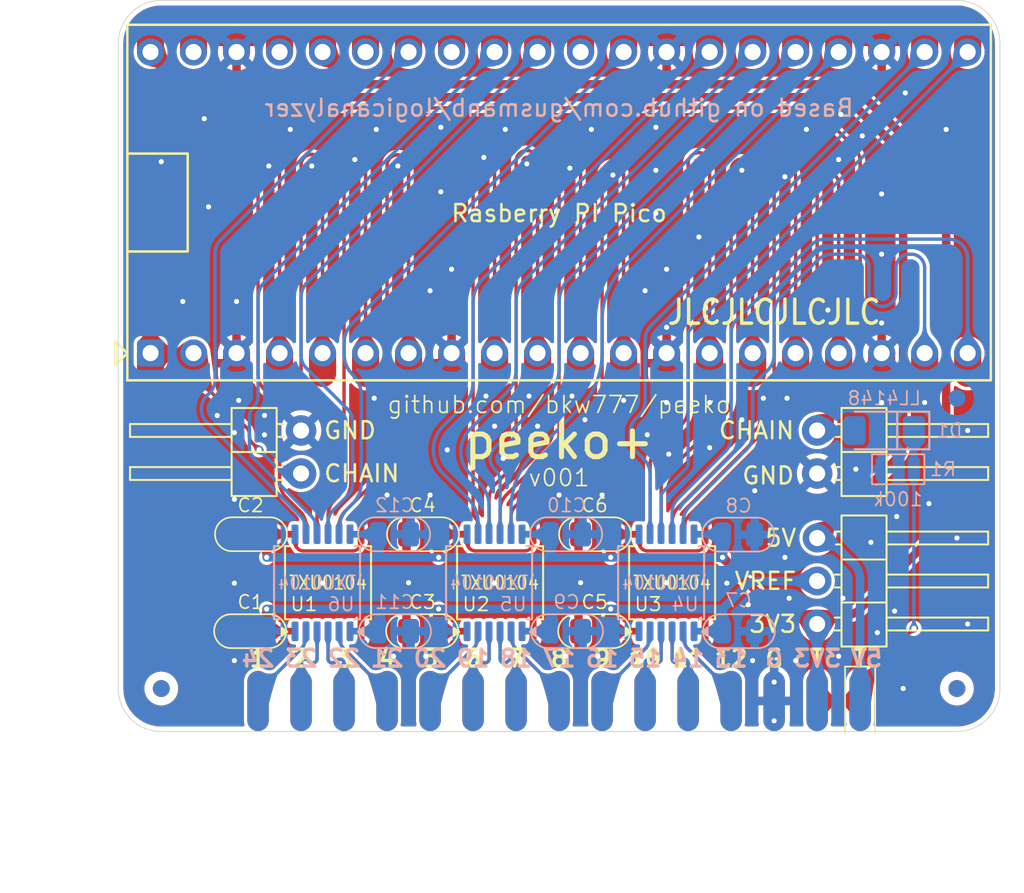
<source format=kicad_pcb>
(kicad_pcb (version 20240108) (generator "pcbnew") (generator_version "8.0")
  (title_block (title "peeko+") (date "2024-09-28") (rev "001") (comment 1 "github.com/bkw777/peeko") (comment 2 "Based on github.com/gusmanb/logicanalyzer"))
  (layers (0 "F.Cu" signal "Top Layer") (31 "B.Cu" signal "Bottom Layer") (34 "B.Paste" user "Bottom Paste Mask Layer") (35 "F.Paste" user "Top Paste Mask Layer") (36 "B.SilkS" user "Bottom Silkscreen Layer") (37 "F.SilkS" user "Top Silkscreen Layer") (38 "B.Mask" user "Bottom Solder Mask Layer") (39 "F.Mask" user "Top Solder Mask Layer") (44 "Edge.Cuts" user "Edge.cuts"))
  (net 0 "")
  (net 1 "GND")
  (net 2 "+5V")
  (net 3 "/_CH0")
  (net 4 "+3V3")
  (net 5 "/_CH1")
  (net 6 "/_CH2")
  (net 7 "/_CH3")
  (net 8 "/_CH4")
  (net 9 "/_CH5")
  (net 10 "/_CH6")
  (net 11 "/_CH7")
  (net 12 "/_CH8")
  (net 13 "/_CH9")
  (net 14 "/_CH10")
  (net 15 "/_CH11")
  (net 16 "/_CH12")
  (net 17 "/_CH13")
  (net 18 "/_CH14")
  (net 19 "/_CH15")
  (net 20 "/_CH16")
  (net 21 "/_CH17")
  (net 22 "/_CH18")
  (net 23 "/_CH19")
  (net 24 "/_CH20")
  (net 25 "/_CH21")
  (net 26 "/_CH22")
  (net 27 "/_CH23")
  (net 28 "/TRIGGER")
  (net 29 "/CHAIN")
  (net 40 "/CH8")
  (net 41 "/CH0")
  (net 42 "/CH1")
  (net 43 "/CH6")
  (net 44 "/CH17")
  (net 45 "/CH16")
  (net 46 "/CH7")
  (net 47 "/CH4")
  (net 48 "/CH11")
  (net 49 "/CH15")
  (net 50 "/CH5")
  (net 51 "/CH3")
  (net 52 "/CH14")
  (net 53 "/CH20")
  (net 54 "/CH13")
  (net 55 "/CH10")
  (net 56 "/CH19")
  (net 57 "/CH21")
  (net 58 "/CH12")
  (net 59 "/CH22")
  (net 60 "/CH2")
  (net 61 "/CH18")
  (net 62 "/CH23")
  (net 63 "/CH9")
  (net 64 "VREF")
  (footprint "000_LOCAL:PinHeader_1x02_P2.54mm_Horizontal" (layer "F.Cu") (at 161.2545 108.1995)
    (property "Reference" "J3" (hide yes))
    (property "Value" "Conn_01x02_Pin")
  )
  (footprint "000_LOCAL:dip-40-700-pi-pico" (layer "F.Cu") (at 146.014 94.7375 90)
    (property "Reference" "J1" (hide yes))
    (property "Value" "Rasberry PI Pico")
  )
  (footprint "000_LOCAL:C_0805" (layer "F.Cu") (at 148.112502 120.052001)
    (property "Reference" "C5")
    (property "Value" "100n" (hide yes))
  )
  (footprint "AnalyzerBoxPCB_fork:Fiducial_1mm_Mask2mm" (layer "F.Cu") (at 169.5095 123.4395)
    (property "Reference" "REF**" (hide yes))
    (property "Value" "Fiducial_1mm_Mask2mm" (hide yes))
  )
  (footprint "AnalyzerBoxPCB_fork:Fiducial_1mm_Mask2mm" (layer "F.Cu") (at 122.5195 123.4395)
    (property "Reference" "REF**" (hide yes))
    (property "Value" "Fiducial_1mm_Mask2mm" (hide yes))
  )
  (footprint "000_LOCAL:C_0805" (layer "F.Cu") (at 148.112502 114.326293 180)
    (property "Reference" "C6")
    (property "Value" "100n" (hide yes))
  )
  (footprint "000_LOCAL:PinHeader_1x03_P2.54mm_Horizontal jumper 1-2" (layer "F.Cu") (at 161.2545 114.5495)
    (property "Reference" "JP1" (hide yes))
    (property "Value" "Jumper_3_Bridged12")
  )
  (footprint "000_LOCAL:IDC_02x15_2.54_THT_male_pcb_edge" (layer "F.Cu") (at 146.0145 126.333501 -90)
    (property "Reference" "J2" (hide yes))
    (property "Value" "Conn_02x15_Odd_Even" (hide yes))
  )
  (footprint "000_LOCAL:TSSOP-14_4.4x5mm_P0.65mm" (layer "F.Cu") (at 142.529501 117.189501 90)
    (property "Reference" "U2")
    (property "Value" "TXU0104")
  )
  (footprint "000_LOCAL:C_0805" (layer "F.Cu") (at 137.952501 114.326293 180)
    (property "Reference" "C4")
    (property "Value" "100n" (hide yes))
  )
  (footprint "000_LOCAL:peeko+_housing" (layer "F.Cu") (at 146.0145 104.3895)
    (property "Reference" "N1")
    (property "Value" "Housing")
  )
  (footprint "000_LOCAL:C_0805" (layer "F.Cu") (at 127.792502 114.326294 180)
    (property "Reference" "C2")
    (property "Value" "100n" (hide yes))
  )
  (footprint "000_LOCAL:C_0805" (layer "F.Cu") (at 127.792502 120.052001)
    (property "Reference" "C1")
    (property "Value" "100n" (hide yes))
  )
  (footprint "000_LOCAL:TSSOP-14_4.4x5mm_P0.65mm" (layer "F.Cu") (at 152.689501 117.189501 90)
    (property "Reference" "U3")
    (property "Value" "TXU0104")
  )
  (footprint "000_LOCAL:C_0805" (layer "F.Cu") (at 137.952501 120.052001)
    (property "Reference" "C3")
    (property "Value" "100n" (hide yes))
  )
  (footprint "000_LOCAL:TSSOP-14_4.4x5mm_P0.65mm" (layer "F.Cu") (at 132.3695 117.189501 90)
    (property "Reference" "U1")
    (property "Value" "TXU0104")
  )
  (footprint "000_LOCAL:PinHeader_1x02_P2.54mm_Horizontal" (layer "F.Cu") (at 130.7745 110.7395 180)
    (property "Reference" "J4" (hide yes))
    (property "Value" "Conn_01x02_Pin")
  )
  (footprint "AnalyzerBoxPCB_fork:Fiducial_1mm_Mask2mm" (layer "F.Cu") (at 123.1545 106.5485)
    (property "Reference" "REF**" (hide yes))
    (property "Value" "Fiducial_1mm_Mask2mm" (hide yes))
  )
  (footprint "AnalyzerBoxPCB_fork:Fiducial_1mm_Mask2mm" (layer "B.Cu") (at 169.5095 106.2945)
    (property "Reference" "REF**" (hide yes))
    (property "Value" "Fiducial_1mm_Mask2mm" (hide yes))
  )
  (footprint "000_LOCAL:C_0805" (layer "B.Cu") (at 146.456499 114.327001)
    (property "Reference" "C10")
    (property "Value" "100n" (hide yes))
  )
  (footprint "AnalyzerBoxPCB_fork:Fiducial_1mm_Mask2mm" (layer "B.Cu") (at 169.5095 123.4395)
    (property "Reference" "REF**" (hide yes))
    (property "Value" "Fiducial_1mm_Mask2mm" (hide yes))
  )
  (footprint "000_LOCAL:R_0805" (layer "B.Cu") (at 166.0195 110.4855)
    (property "Reference" "R1")
    (property "Value" "100k")
  )
  (footprint "000_LOCAL:TSSOP-14_4.4x5mm_P0.65mm" (layer "B.Cu") (at 152.039501 117.189501 90)
    (property "Reference" "U4")
    (property "Value" "TXU0104")
  )
  (footprint "000_LOCAL:C_0805" (layer "B.Cu") (at 156.616499 114.3495)
    (property "Reference" "C8")
    (property "Value" "100n" (hide yes))
  )
  (footprint "000_LOCAL:TSSOP-14_4.4x5mm_P0.65mm" (layer "B.Cu") (at 131.719501 117.189501 90)
    (property "Reference" "U6")
    (property "Value" "TXU0104")
  )
  (footprint "000_LOCAL:C_0805" (layer "B.Cu") (at 136.296499 120.052001 180)
    (property "Reference" "C11")
    (property "Value" "100n" (hide yes))
  )
  (footprint "000_LOCAL:C_0805" (layer "B.Cu") (at 136.296499 114.327001)
    (property "Reference" "C12")
    (property "Value" "100n" (hide yes))
  )
  (footprint "000_LOCAL:C_0805" (layer "B.Cu") (at 146.456499 120.052001 180)
    (property "Reference" "C9")
    (property "Value" "100n" (hide yes))
  )
  (footprint "000_LOCAL:C_0805" (layer "B.Cu") (at 156.611998 120.052001 180)
    (property "Reference" "C7")
    (property "Value" "100n" (hide yes))
  )
  (footprint "000_LOCAL:TSSOP-14_4.4x5mm_P0.65mm" (layer "B.Cu") (at 141.879501 117.189501 90)
    (property "Reference" "U5")
    (property "Value" "TXU0104")
  )
  (footprint "000_LOCAL:D_MiniMELF" (layer "B.Cu") (at 165.2195 108.1995 180)
    (property "Reference" "D1")
    (property "Value" "LL4148")
  )
  (footprint "AnalyzerBoxPCB_fork:Fiducial_1mm_Mask2mm" (layer "B.Cu") (at 122.5195 123.4395)
    (property "Reference" "REF**" (hide yes))
    (property "Value" "Fiducial_1mm_Mask2mm" (hide yes))
  )
  (gr_arc (start 169.5095 82.7995) (mid 171.305551 83.543449) (end 172.0495 85.3395) (stroke (width 0.05)) (layer "Edge.Cuts"))
  (gr_line (start 172.0495 123.4395) (end 172.0495 85.3395) (stroke (width 0.05)) (layer "Edge.Cuts"))
  (gr_line (start 169.5095 82.7995) (end 122.5195 82.7995) (stroke (width 0.05)) (layer "Edge.Cuts"))
  (gr_line (start 119.9795 85.3395) (end 119.9795 123.4395) (stroke (width 0.05)) (layer "Edge.Cuts"))
  (gr_arc (start 172.0495 123.4395) (mid 171.305551 125.235551) (end 169.5095 125.9795) (stroke (width 0.05)) (layer "Edge.Cuts"))
  (gr_arc (start 119.9795 85.3395) (mid 120.723449 83.543449) (end 122.5195 82.7995) (stroke (width 0.05)) (layer "Edge.Cuts"))
  (gr_line (start 122.5195 125.9795) (end 169.5095 125.9795) (stroke (width 0.05)) (layer "Edge.Cuts"))
  (gr_arc (start 122.5195 125.9795) (mid 120.723449 125.235551) (end 119.9795 123.4395) (stroke (width 0.05)) (layer "Edge.Cuts"))
  (gr_text "23" (at 130.7745 121.6615 0) (layer "B.SilkS") (effects (font (size 1 1) (thickness 0.2) (bold yes)) (justify mirror)))
  (gr_text "${COMMENT2}\n" (at 146.0145 89.1495 0) (layer "B.SilkS") (effects (font (size 1 1)) (justify mirror)))
  (gr_text "3V3" (at 161.2545 121.6615 0) (layer "B.SilkS") (effects (font (size 1 1) (thickness 0.2) (bold yes)) (justify mirror)))
  (gr_text "13" (at 156.1745 121.6615 0) (layer "B.SilkS") (effects (font (size 1 1) (thickness 0.2) (bold yes)) (justify mirror)))
  (gr_text "20" (at 138.3945 121.6615 0) (layer "B.SilkS") (effects (font (size 1 1) (thickness 0.2) (bold yes)) (justify mirror)))
  (gr_text "19" (at 140.9345 121.6615 0) (layer "B.SilkS") (effects (font (size 1 1) (thickness 0.2) (bold yes)) (justify mirror)))
  (gr_text "5V" (at 164.1755 121.6615 0) (layer "B.SilkS") (effects (font (size 1 1) (thickness 0.2) (bold yes)) (justify mirror)))
  (gr_text "22" (at 133.3145 121.6615 0) (layer "B.SilkS") (effects (font (size 1 1) (thickness 0.2) (bold yes)) (justify mirror)))
  (gr_text "24" (at 128.2345 121.6615 0) (layer "B.SilkS") (effects (font (size 1 1) (thickness 0.2) (bold yes)) (justify mirror)))
  (gr_text "15" (at 151.0945 121.6615 0) (layer "B.SilkS") (effects (font (size 1 1) (thickness 0.2) (bold yes)) (justify mirror)))
  (gr_text "16" (at 148.5545 121.6615 0) (layer "B.SilkS") (effects (font (size 1 1) (thickness 0.2) (bold yes)) (justify mirror)))
  (gr_text "17" (at 146.0145 121.6615 0) (layer "B.SilkS") (effects (font (size 1 1) (thickness 0.2) (bold yes)) (justify mirror)))
  (gr_text "18" (at 143.4745 121.6615 0) (layer "B.SilkS") (effects (font (size 1 1) (thickness 0.2) (bold yes)) (justify mirror)))
  (gr_text "21" (at 135.8545 121.6615 0) (layer "B.SilkS") (effects (font (size 1 1) (thickness 0.2) (bold yes)) (justify mirror)))
  (gr_text "G" (at 158.7145 121.6615 0) (layer "B.SilkS") (effects (font (size 1 1) (thickness 0.2) (bold yes)) (justify mirror)))
  (gr_text "14" (at 153.6345 121.6615 0) (layer "B.SilkS") (effects (font (size 1 1) (thickness 0.2) (bold yes)) (justify mirror)))
  (gr_text "${TITLE}" (at 146.0145 108.8345 0) (layer "F.SilkS") (effects (font (size 2 2) (thickness 0.3) (bold yes))))
  (gr_text "v${REVISION}" (at 146.0145 110.9935 0) (layer "F.SilkS") (effects (font (size 1 1) (thickness 0.1))))
  (gr_text "G" (at 158.7145 121.6615 0) (layer "F.SilkS") (effects (font (size 1 1) (thickness 0.2) (bold yes))))
  (gr_text "${COMMENT1}" (at 146.0145 106.6755 0) (layer "F.SilkS") (effects (font (size 1 1) (thickness 0.1))))
  (gr_text "CHAIN" (at 132.0445 110.7395 0) (layer "F.SilkS") (effects (font (size 1 1)) (justify left)))
  (gr_text "GND" (at 132.0445 108.1995 0) (layer "F.SilkS") (effects (font (size 1 1)) (justify left)))
  (gr_text "5V" (at 160.1115 114.5495 0) (layer "F.SilkS") (effects (font (size 1 1)) (justify right)))
  (gr_text "3" (at 133.3145 121.6615 0) (layer "F.SilkS") (effects (font (size 1 1) (thickness 0.2) (bold yes))))
  (gr_text "3V3" (at 160.1115 119.6295 0) (layer "F.SilkS") (effects (font (size 1 1)) (justify right)))
  (gr_text "T" (at 163.7945 121.6615 0) (layer "F.SilkS") (effects (font (size 1 1) (thickness 0.2) (bold yes))))
  (gr_text "8" (at 146.0145 121.6615 0) (layer "F.SilkS") (effects (font (size 1 1) (thickness 0.2) (bold yes))))
  (gr_text "5" (at 138.3945 121.6615 0) (layer "F.SilkS") (effects (font (size 1 1) (thickness 0.2) (bold yes))))
  (gr_text "11" (at 153.6345 121.6615 0) (layer "F.SilkS") (effects (font (size 1 1) (thickness 0.2) (bold yes))))
  (gr_text "4" (at 135.8545 121.6615 0) (layer "F.SilkS") (effects (font (size 1 1) (thickness 0.2) (bold yes))))
  (gr_text "T" (at 161.2545 121.6615 0) (layer "F.SilkS") (effects (font (size 1 1) (thickness 0.2) (bold yes))))
  (gr_text "CHAIN" (at 159.9845 108.1995 0) (layer "F.SilkS") (effects (font (size 1 1)) (justify right)))
  (gr_text "10" (at 151.0945 121.6615 0) (layer "F.SilkS") (effects (font (size 1 1) (thickness 0.2) (bold yes))))
  (gr_text "VREF" (at 160.1115 117.0895 0) (layer "F.SilkS") (effects (font (size 1 1)) (justify right)))
  (gr_text "GND" (at 159.9845 110.8665 0) (layer "F.SilkS") (effects (font (size 1 1)) (justify right)))
  (gr_text "12" (at 156.1745 121.6615 0) (layer "F.SilkS") (effects (font (size 1 1) (thickness 0.2) (bold yes))))
  (gr_text "1" (at 128.2345 121.6615 0) (layer "F.SilkS") (effects (font (size 1 1) (thickness 0.2) (bold yes))))
  (gr_text "7" (at 143.4745 121.6615 0) (layer "F.SilkS") (effects (font (size 1 1) (thickness 0.2) (bold yes))))
  (gr_text "2" (at 130.7745 121.6615 0) (layer "F.SilkS") (effects (font (size 1 1) (thickness 0.2) (bold yes))))
  (gr_text "6" (at 140.9345 121.6615 0) (layer "F.SilkS") (effects (font (size 1 1) (thickness 0.2) (bold yes))))
  (gr_text "9" (at 148.5545 121.6615 0) (layer "F.SilkS") (effects (font (size 1 1) (thickness 0.2) (bold yes))))
  (gr_text "JLCJLCJLCJLC" (at 158.7145 101.2145 0) (layer "F.SilkS") (effects (font (size 1.4225 1.219) (thickness 0.203))))
  (via (at 146.0145 112.0095) (size 0.5) (drill 0.3) (layers "F.Cu" "B.Cu") (net 1))
  (via (at 126.8375 108.3265) (size 0.5) (drill 0.3) (layers "F.Cu" "B.Cu") (net 1))
  (via (at 138.3945 112.0095) (size 0.5) (drill 0.3) (layers "F.Cu" "B.Cu") (net 1))
  (via (at 159.3495 93.2135) (size 0.5) (drill 0.3) (layers "F.Cu" "B.Cu") (net 1))
  (via (at 136.4895 92.5785) (size 0.5) (drill 0.3) (layers "F.Cu" "B.Cu") (net 1))
  (via (at 157.1905 118.4865) (size 0.5) (drill 0.3) (layers "F.Cu" "B.Cu") (net 1))
  (via (at 128.8695 92.5785) (size 0.5) (drill 0.3) (layers "F.Cu" "B.Cu") (net 1))
  (via (at 156.8095 92.8325) (size 0.5) (drill 0.3) (layers "F.Cu" "B.Cu") (net 1))
  (via (at 162.7785 118.1055) (size 0.5) (drill 0.3) (layers "F.Cu" "B.Cu") (net 1))
  (via (at 142.7125 109.8505) (size 0.5) (drill 0.3) (layers "F.Cu" "B.Cu") (net 1))
  (via (at 159.3495 115.6925) (size 0.5) (drill 0.3) (layers "F.Cu" "B.Cu") (net 1))
  (via (at 157.4445 121.7885) (size 0.5) (drill 0.3) (layers "F.Cu" "B.Cu") (net 1))
  (via (at 144.1095 92.4515) (size 0.5) (drill 0.3) (layers "F.Cu" "B.Cu") (net 1))
  (via (at 146.7765 106.1675) (size 0.5) (drill 0.3) (layers "F.Cu" "B.Cu") (net 1))
  (via (at 144.7445 107.9455) (size 0.5) (drill 0.3) (layers "F.Cu" "B.Cu") (net 1))
  (via (at 160.6195 90.4195) (size 0.5) (drill 0.3) (layers "F.Cu" "B.Cu") (net 1))
  (via (at 137.1245 117.189501) (size 0.5) (drill 0.3) (layers "F.Cu" "B.Cu") (net 1))
  (via (at 165.8265 118.8675) (size 0.5) (drill 0.3) (layers "F.Cu" "B.Cu") (net 1))
  (via (at 166.3345 123.4395) (size 0.5) (drill 0.3) (layers "F.Cu" "B.Cu") (net 1))
  (via (at 147.2845 117.189501) (size 0.5) (drill 0.3) (layers "F.Cu" "B.Cu") (net 1))
  (via (at 126.9645 100.5795) (size 0.5) (drill 0.3) (layers "F.Cu" "B.Cu") (net 1))
  (via (at 158.0795 106.2945) (size 0.5) (drill 0.3) (layers "F.Cu" "B.Cu") (net 1))
  (via (at 128.6155 108.4535) (size 0.5) (drill 0.3) (layers "F.Cu" "B.Cu") (net 1))
  (via (at 126.8375 121.7885) (size 0.5) (drill 0.3) (layers "F.Cu" "B.Cu") (net 1))
  (via (at 159.4765 106.2945) (size 0.5) (drill 0.3) (layers "F.Cu" "B.Cu") (net 1))
  (via (at 163.9215 90.8005) (size 0.5) (drill 0.3) (layers "F.Cu" "B.Cu") (net 1))
  (via (at 146.3955 121.5345) (size 0.5) (drill 0.3) (layers "F.Cu" "B.Cu") (net 1))
  (via (at 154.9045 106.5485) (size 0.5) (drill 0.3) (layers "F.Cu" "B.Cu") (net 1))
  (via (at 159.9845 121.7885) (size 0.5) (drill 0.3) (layers "F.Cu" "B.Cu") (net 1))
  (via (at 139.6645 98.6745) (size 0.5) (drill 0.3) (layers "F.Cu" "B.Cu") (net 1))
  (via (at 152.3645 102.1035) (size 0.5) (drill 0.3) (layers "F.Cu" "B.Cu") (net 1))
  (via (at 126.8375 117.2165) (size 0.5) (drill 0.3) (layers "F.Cu" "B.Cu") (net 1))
  (via (at 128.6155 107.3105) (size 0.5) (drill 0.3) (layers "F.Cu" "B.Cu") (net 1))
  (via (at 157.5715 111.7555) (size 0.5) (drill 0.3) (layers "F.Cu" "B.Cu") (net 1))
  (via (at 164.4295 114.8035) (size 0.5) (drill 0.3) (layers "F.Cu" "B.Cu") (net 1))
  (via (at 149.8245 106.4215) (size 0.5) (drill 0.3) (layers "F.Cu" "B.Cu") (net 1))
  (via (at 135.0925 106.2945) (size 0.5) (drill 0.3) (layers "F.Cu" "B.Cu") (net 1))
  (via (at 158.7145 125.3445) (size 0.5) (drill 0.3) (layers "F.Cu" "B.Cu") (net 1))
  (via (at 126.8375 112.2635) (size 0.5) (drill 0.3) (layers "F.Cu" "B.Cu") (net 1))
  (via (at 162.6515 89.5305) (size 0.5) (drill 0.3) (layers "F.Cu" "B.Cu") (net 1))
  (via (at 139.4105 109.3425) (size 0.5) (drill 0.3) (layers "F.Cu" "B.Cu") (net 1))
  (via (at 146.6495 92.7055) (size 0.5) (drill 0.3) (layers "F.Cu" "B.Cu") (net 1))
  (via (at 138.3945 99.9445) (size 0.5) (drill 0.3) (layers "F.Cu" "B.Cu") (net 1))
  (via (at 162.5245 92.1975) (size 0.5) (drill 0.3) (layers "F.Cu" "B.Cu") (net 1))
  (via (at 170.1445 108.1995) (size 0.5) (drill 0.3) (layers "F.Cu" "B.Cu") (net 1))
  (via (at 139.0295 90.2925) (size 0.5) (drill 0.3) (layers "F.Cu" "B.Cu") (net 1))
  (via (at 135.2195 90.4195) (size 0.5) (drill 0.3) (layers "F.Cu" "B.Cu") (net 1))
  (via (at 164.8105 120.1375) (size 0.5) (drill 0.3) (layers "F.Cu" "B.Cu") (net 1))
  (via (at 168.8745 90.4195) (size 0.5) (drill 0.3) (layers "F.Cu" "B.Cu") (net 1))
  (via (at 151.7295 95.3725) (size 0.5) (drill 0.3) (layers "F.Cu" "B.Cu") (net 1))
  (via (at 131.4095 92.5785) (size 0.5) (drill 0.3) (layers "F.Cu" "B.Cu") (net 1))
  (via (at 151.0945 99.9445) (size 0.5) (drill 0.3) (layers "F.Cu" "B.Cu") (net 1))
  (via (at 165.9535 113.2795) (size 0.5) (drill 0.3) (layers "F.Cu" "B.Cu") (net 1))
  (via (at 130.1395 90.4195) (size 0.5) (drill 0.3) (layers "F.Cu" "B.Cu") (net 1))
  (via (at 167.6045 106.5485) (size 0.5) (drill 0.3) (layers "F.Cu" "B.Cu") (net 1))
  (via (at 135.8545 112.0095) (size 0.5) (drill 0.3) (layers "F.Cu" "B.Cu") (net 1))
  (via (at 151.2215 108.4535) (size 0.5) (drill 0.3) (layers "F.Cu" "B.Cu") (net 1))
  (via (at 152.3645 106.5485) (size 0.5) (drill 0.3) (layers "F.Cu" "B.Cu") (net 1))
  (via (at 141.6965 106.1675) (size 0.5) (drill 0.3) (layers "F.Cu" "B.Cu") (net 1))
  (via (at 142.2045 107.9455) (size 0.5) (drill 0.3) (layers "F.Cu" "B.Cu") (net 1))
  (via (at 142.8395 90.4195) (size 0.5) (drill 0.3) (layers "F.Cu" "B.Cu") (net 1))
  (via (at 151.7295 90.2925) (size 0.5) (drill 0.3) (layers "F.Cu" "B.Cu") (net 1))
  (via (at 161.8895 101.0875) (size 0.5) (drill 0.3) (layers "F.Cu" "B.Cu") (net 1))
  (via (at 132.0445 117.2165) (size 0.5) (drill 0.3) (layers "F.Cu" "B.Cu") (net 1))
  (via (at 151.7295 92.8325) (size 0.5) (drill 0.3) (layers "F.Cu" "B.Cu") (net 1))
  (via (at 166.4615 88.2605) (size 0.5) (drill 0.3) (layers "F.Cu" "B.Cu") (net 1))
  (via (at 152.4915 109.5965) (size 0.5) (drill 0.3) (layers "F.Cu" "B.Cu") (net 1))
  (via (at 167.8585 112.5175) (size 0.5) (drill 0.3) (layers "F.Cu" "B.Cu") (net 1))
  (via (at 163.5405 110.4855) (size 0.5) (drill 0.3) (layers "F.Cu" "B.Cu") (net 1))
  (via (at 154.9045 109.2155) (size 0.5) (drill 0.3) (layers "F.Cu" "B.Cu") (net 1))
  (via (at 165.0645 94.2295) (size 0.5) (drill 0.3) (layers "F.Cu" "B.Cu") (net 1))
  (via (at 122.5195 92.3245) (size 0.5) (drill 0.3) (layers "F.Cu" "B.Cu") (net 1))
  (via (at 152.3645 98.6745) (size 0.5) (drill 0.3) (layers "F.Cu" "B.Cu") (net 1))
  (via (at 165.0645 106.5485) (size 0.5) (drill 0.3) (layers "F.Cu" "B.Cu") (net 1))
  (via (at 125.3135 94.9915) (size 0.5) (drill 0.3) (layers "F.Cu" "B.Cu") (net 1))
  (via (at 133.9495 92.1975) (size 0.5) (drill 0.3) (layers "F.Cu" "B.Cu") (net 1))
  (via (at 147.9195 90.4195) (size 0.5) (drill 0.3) (layers "F.Cu" "B.Cu") (net 1))
  (via (at 136.2355 121.5345) (size 0.5) (drill 0.3) (layers "F.Cu" "B.Cu") (net 1))
  (via (at 154.2695 96.7695) (size 0.5) (drill 0.3) (layers "F.Cu" "B.Cu") (net 1))
  (via (at 158.7145 123.0585) (size 0.5) (drill 0.3) (layers "F.Cu" "B.Cu") (net 1))
  (via (at 169.5095 114.5495) (size 0.5) (drill 0.3) (layers "F.Cu" "B.Cu") (net 1))
  (via (at 138.1405 121.5345) (size 0.5) (drill 0.3) (layers "F.Cu" "B.Cu") (net 1))
  (via (at 125.8215 107.3105) (size 0.5) (drill 0.3) (layers "F.Cu" "B.Cu") (net 1))
  (via (at 165.0645 101.8495) (size 0.5) (drill 0.3) (layers "F.Cu" "B.Cu") (net 1))
  (via (at 147.5385 107.5645) (size 0.5) (drill 0.3) (layers "F.Cu" "B.Cu") (net 1))
  (via (at 123.7895 100.5795) (size 0.5) (drill 0.3) (layers "F.Cu" "B.Cu") (net 1))
  (via (at 152.364501 117.189501) (size 0.5) (drill 0.3) (layers "F.Cu" "B.Cu") (net 1))
  (via (at 162.5245 121.5345) (size 0.5) (drill 0.3) (layers "F.Cu" "B.Cu") (net 1))
  (via (at 148.3005 121.5345) (size 0.5) (drill 0.3) (layers "F.Cu" "B.Cu") (net 1))
  (via (at 127.0915 106.4215) (size 0.5) (drill 0.3) (layers "F.Cu" "B.Cu") (net 1))
  (via (at 159.6035 118.1055) (size 0.5) (drill 0.3) (layers "F.Cu" "B.Cu") (net 1))
  (via (at 155.9205 117.2165) (size 0.5) (drill 0.3) (layers "F.Cu" "B.Cu") (net 1))
  (via (at 149.1895 93.1119) (size 0.5) (drill 0.3) (layers "F.Cu" "B.Cu") (net 1))
  (via (at 148.5545 112.0095) (size 0.5) (drill 0.3) (layers "F.Cu" "B.Cu") (net 1))
  (via (at 156.8095 107.5645) (size 0.5) (drill 0.3) (layers "F.Cu" "B.Cu") (net 1))
  (via (at 141.5695 92.0705) (size 0.5) (drill 0.3) (layers "F.Cu" "B.Cu") (net 1))
  (via (at 165.0645 97.7855) (size 0.5) (drill 0.3) (layers "F.Cu" "B.Cu") (net 1))
  (via (at 170.1445 119.6295) (size 0.5) (drill 0.3) (layers "F.Cu" "B.Cu") (net 1))
  (via (at 139.0295 94.1025) (size 0.5) (drill 0.3) (layers "F.Cu" "B.Cu") (net 1))
  (via (at 144.2365 106.1675) (size 0.5) (drill 0.3) (layers "F.Cu" "B.Cu") (net 1))
  (via (at 142.2045 117.2165) (size 0.5) (drill 0.3) (layers "F.Cu" "B.Cu") (net 1))
  (via (at 125.0595 89.7845) (size 0.5) (drill 0.3) (layers "F.Cu" "B.Cu") (net 1))
  (segment (start 162.442949 88.5145) (end 125.077051 88.5145) (width 0.5) (layer "F.Cu") (net 2))
  (segment (start 124.179025 88.142525) (end 121.884 85.8475) (width 0.5) (layer "F.Cu") (net 2))
  (segment (start 165.962526 91.508026) (end 163.340975 88.886475) (width 0.5) (layer "F.Cu") (net 2))
  (segment (start 166.3345 108.943449) (end 166.3345 92.406051) (width 0.5) (layer "F.Cu") (net 2))
  (segment (start 161.2545 114.5495) (end 165.962526 109.841474) (width 0.5) (layer "F.Cu") (net 2))
  (arc (start 166.3345 92.406051) (mid 166.237827 91.920043) (end 165.962526 91.508026) (width 0.5) (layer "F.Cu") (net 2))
  (arc (start 125.077051 88.5145) (mid 124.591043 88.417827) (end 124.179025 88.142525) (width 0.5) (layer "F.Cu") (net 2))
  (arc (start 163.340975 88.886475) (mid 162.928957 88.611173) (end 162.442949 88.5145) (width 0.5) (layer "F.Cu") (net 2))
  (arc (start 165.962526 109.841474) (mid 166.237827 109.429457) (end 166.3345 108.943449) (width 0.5) (layer "F.Cu") (net 2))
  (segment (start 163.7945 124.174501) (end 163.7945 116.980551) (width 0.5) (layer "B.Cu") (net 2))
  (segment (start 161.8895 114.5495) (end 161.2545 114.5495) (width 0.5) (layer "B.Cu") (net 2))
  (segment (start 163.422525 116.082525) (end 161.8895 114.5495) (width 0.5) (layer "B.Cu") (net 2))
  (arc (start 163.422525 116.082525) (mid 163.697827 116.494543) (end 163.7945 116.980551) (width 0.5) (layer "B.Cu") (net 2))
  (segment (start 128.2345 104.879449) (end 128.2345 92.4995) (width 0.2) (layer "F.Cu") (net 3))
  (segment (start 130.766802 113.020397) (end 129.8855 112.139095) (width 0.2) (layer "F.Cu") (net 3))
  (segment (start 129.8855 112.139095) (end 129.8855 112.1365) (width 0.2) (layer "F.Cu") (net 3))
  (segment (start 129.5045 103.627) (end 129.504 103.6275) (width 0.2) (layer "F.Cu") (net 3))
  (segment (start 129.141551 106.312551) (end 129.141551 106.310004) (width 0.2) (layer "F.Cu") (net 3))
  (segment (start 129.5045 92.4995) (end 129.5045 103.627) (width 0.2) (layer "F.Cu") (net 3))
  (segment (start 129.141551 106.310004) (end 128.537171 105.705624) (width 0.2) (layer "F.Cu") (net 3))
  (segment (start 131.0695 114.327001) (end 131.0695 113.846551) (width 0.2) (layer "F.Cu") (net 3))
  (segment (start 129.513526 111.238475) (end 129.513526 107.210577) (width 0.2) (layer "F.Cu") (net 3))
  (arc (start 129.8855 112.1365) (mid 129.610199 111.724483) (end 129.513526 111.238475) (width 0.2) (layer "F.Cu") (net 3))
  (arc (start 129.513526 107.210577) (mid 129.416853 106.724569) (end 129.141551 106.312551) (width 0.2) (layer "F.Cu") (net 3))
  (arc (start 128.2345 92.4995) (mid 128.420487 92.050487) (end 128.8695 91.8645) (width 0.2) (layer "F.Cu") (net 3))
  (arc (start 128.537171 105.705624) (mid 128.313012 105.319008) (end 128.2345 104.879449) (width 0.2) (layer "F.Cu") (net 3))
  (arc (start 128.8695 91.8645) (mid 129.318513 92.050487) (end 129.5045 92.4995) (width 0.2) (layer "F.Cu") (net 3))
  (arc (start 131.0695 113.846551) (mid 130.990988 113.406991) (end 130.766802 113.020397) (width 0.2) (layer "F.Cu") (net 3))
  (segment (start 128.7425 115.6925) (end 128.7425 114.326294) (width 0.5) (layer "F.Cu") (net 4))
  (segment (start 141.079501 115.3115) (end 143.979501 115.3115) (width 0.2) (layer "F.Cu") (net 4))
  (segment (start 161.7625 119.1215) (end 162.887449 119.1215) (width 0.5) (layer "F.Cu") (net 4))
  (segment (start 150.739501 114.327001) (end 150.739501 114.8115) (width 0.2) (layer "F.Cu") (net 4))
  (segment (start 130.419501 114.327) (end 130.419501 114.8115) (width 0.2) (layer "F.Cu") (net 4))
  (segment (start 154.639501 114.8115) (end 154.639501 114.327001) (width 0.2) (layer "F.Cu") (net 4))
  (segment (start 161.2545 119.6295) (end 160.7465 119.1215) (width 0.5) (layer "F.Cu") (net 4))
  (segment (start 168.502525 92.968525) (end 163.658474 88.124474) (width 0.5) (layer "F.Cu") (net 4))
  (segment (start 128.7425 114.326294) (end 128.743207 114.327001) (width 0.4) (layer "F.Cu") (net 4))
  (segment (start 162.760449 87.7525) (end 134.475051 87.7525) (width 0.5) (layer "F.Cu") (net 4))
  (segment (start 140.579501 114.327) (end 140.579501 114.8115) (width 0.2) (layer "F.Cu") (net 4))
  (segment (start 149.063207 114.327001) (end 149.0625 114.326294) (width 0.4) (layer "F.Cu") (net 4))
  (segment (start 163.785475 118.749525) (end 168.502526 114.032474) (width 0.5) (layer "F.Cu") (net 4))
  (segment (start 130.919501 115.3115) (end 133.819501 115.3115) (width 0.2) (layer "F.Cu") (net 4))
  (segment (start 149.0625 115.6925) (end 149.0625 114.326294) (width 0.5) (layer "F.Cu") (net 4))
  (segment (start 161.2545 119.6295) (end 161.7625 119.1215) (width 0.5) (layer "F.Cu") (net 4))
  (segment (start 168.8745 113.134449) (end 168.8745 93.866551) (width 0.5) (layer "F.Cu") (net 4))
  (segment (start 150.7395 114.327001) (end 150.739501 114.327001) (width 0.2) (layer "F.Cu") (net 4))
  (segment (start 160.7465 119.1215) (end 159.621551 119.1215) (width 0.5) (layer "F.Cu") (net 4))
  (segment (start 138.9025 115.6925) (end 138.9025 114.326294) (width 0.5) (layer "F.Cu") (net 4))
  (segment (start 158.723525 118.749525) (end 155.6665 115.6925) (width 0.5) (layer "F.Cu") (net 4))
  (segment (start 150.7395 114.327001) (end 149.063207 114.327001) (width 0.4) (layer "F.Cu") (net 4))
  (segment (start 134.319501 114.8115) (end 134.319501 114.327001) (width 0.2) (layer "F.Cu") (net 4))
  (segment (start 140.578794 114.326293) (end 140.579501 114.327) (width 0.4) (layer "F.Cu") (net 4))
  (segment (start 128.743207 114.327001) (end 130.419501 114.327) (width 0.4) (layer "F.Cu") (net 4))
  (segment (start 138.9025 114.326294) (end 140.578794 114.326293) (width 0.4) (layer "F.Cu") (net 4))
  (segment (start 144.479501 114.8115) (end 144.479501 114.327001) (width 0.2) (layer "F.Cu") (net 4))
  (segment (start 151.239501 115.3115) (end 154.139501 115.3115) (width 0.2) (layer "F.Cu") (net 4))
  (segment (start 133.577025 87.380525) (end 132.044 85.8475) (width 0.5) (layer "F.Cu") (net 4))
  (via (at 128.7425 115.6925) (size 0.5) (drill 0.3) (layers "F.Cu" "B.Cu") (net 4))
  (via (at 138.9025 115.6925) (size 0.5) (drill 0.3) (layers "F.Cu" "B.Cu") (net 4))
  (via (at 155.6665 115.6925) (size 0.6) (drill 0.3) (layers "F.Cu" "B.Cu") (net 4))
  (via (at 149.0625 115.6925) (size 0.5) (drill 0.3) (layers "F.Cu" "B.Cu") (net 4))
  (arc (start 144.479501 114.8115) (mid 144.333054 115.165053) (end 143.979501 115.3115) (width 0.2) (layer "F.Cu") (net 4))
  (arc (start 163.658474 88.124474) (mid 163.246457 87.849173) (end 162.760449 87.7525) (width 0.5) (layer "F.Cu") (net 4))
  (arc (start 151.239501 115.3115) (mid 150.885948 115.165053) (end 150.739501 114.8115) (width 0.2) (layer "F.Cu") (net 4))
  (arc (start 154.139501 115.3115) (mid 154.493054 115.165053) (end 154.639501 114.8115) (width 0.2) (layer "F.Cu") (net 4))
  (arc (start 163.785475 118.749525) (mid 163.373457 119.024827) (end 162.887449 119.1215) (width 0.5) (layer "F.Cu") (net 4))
  (arc (start 133.819501 115.3115) (mid 134.173054 115.165053) (end 134.319501 114.8115) (width 0.2) (layer "F.Cu") (net 4))
  (arc (start 158.723525 118.749525) (mid 159.135543 119.024827) (end 159.621551 119.1215) (width 0.5) (layer "F.Cu") (net 4))
  (arc (start 168.8745 93.866551) (mid 168.777827 93.380543) (end 168.502525 92.968525) (width 0.5) (layer "F.Cu") (net 4))
  (arc (start 130.919501 115.3115) (mid 130.565948 115.165053) (end 130.419501 114.8115) (width 0.2) (layer "F.Cu") (net 4))
  (arc (start 134.475051 87.7525) (mid 133.989043 87.655827) (end 133.577025 87.380525) (width 0.5) (layer "F.Cu") (net 4))
  (arc (start 141.079501 115.3115) (mid 140.725948 115.165053) (end 140.579501 114.8115) (width 0.2) (layer "F.Cu") (net 4))
  (arc (start 168.502526 114.032474) (mid 168.777827 113.620457) (end 168.8745 113.134449) (width 0.5) (layer "F.Cu") (net 4))
  (segment (start 129.7585 115.6925) (end 128.7425 115.6925) (width 0.5) (layer "B.Cu") (net 4))
  (segment (start 149.0625 115.6925) (end 150.0785 115.6925) (width 0.5) (layer "B.Cu") (net 4))
  (segment (start 145.760499 115.692499) (end 145.506499 115.438499) (width 0.5) (layer "B.Cu") (net 4))
  (segment (start 155.6665 115.6925) (end 155.6665 114.3495) (width 0.5) (layer "B.Cu") (net 4))
  (segment (start 155.285501 115.692499) (end 155.6665 115.3115) (width 0.5) (layer "B.Cu") (net 4))
  (segment (start 139.929501 114.327001) (end 139.929501 115.681499) (width 0.2) (layer "B.Cu") (net 4))
  (segment (start 150.089501 115.681499) (end 150.0785 115.6925) (width 0.2) (layer "B.Cu") (net 4))
  (segment (start 143.829501 114.327) (end 145.506499 114.327) (width 0.4) (layer "B.Cu") (net 4))
  (segment (start 155.6665 114.3495) (end 155.644001 114.327001) (width 0.4) (layer "B.Cu") (net 4))
  (segment (start 150.089501 114.327001) (end 150.089501 115.681499) (width 0.2) (layer "B.Cu") (net 4))
  (segment (start 145.506499 115.438499) (end 145.506499 114.327) (width 0.5) (layer "B.Cu") (net 4))
  (segment (start 161.2545 124.174501) (end 161.2545 119.6295) (width 0.5) (layer "B.Cu") (net 4))
  (segment (start 135.6005 115.6925) (end 135.3465 115.4385) (width 0.5) (layer "B.Cu") (net 4))
  (segment (start 129.769501 115.681499) (end 129.7585 115.6925) (width 0.2) (layer "B.Cu") (net 4))
  (segment (start 139.929501 115.681499) (end 139.9185 115.6925) (width 0.2) (layer "B.Cu") (net 4))
  (segment (start 145.252499 115.692499) (end 145.506499 115.438499) (width 0.5) (layer "B.Cu") (net 4))
  (segment (start 129.769501 114.327001) (end 129.769501 115.681499) (width 0.2) (layer "B.Cu") (net 4))
  (segment (start 139.9185 115.6925) (end 138.9025 115.6925) (width 0.5) (layer "B.Cu") (net 4))
  (segment (start 135.3465 115.4385) (end 135.3465 114.327001) (width 0.5) (layer "B.Cu") (net 4))
  (segment (start 149.0625 115.6925) (end 139.9185 115.6925) (width 0.5) (layer "B.Cu") (net 4))
  (segment (start 150.0785 115.6925) (end 155.6665 115.6925) (width 0.5) (layer "B.Cu") (net 4))
  (segment (start 155.644001 114.327001) (end 153.9895 114.327001) (width 0.4) (layer "B.Cu") (net 4))
  (segment (start 135.0925 115.6925) (end 135.3465 115.4385) (width 0.5) (layer "B.Cu") (net 4))
  (segment (start 133.669501 114.327) (end 135.3465 114.327) (width 0.4) (layer "B.Cu") (net 4))
  (segment (start 145.506499 114.327) (end 145.5065 114.327001) (width 0.4) (layer "B.Cu") (net 4))
  (segment (start 138.9025 115.6925) (end 129.7585 115.6925) (width 0.5) (layer "B.Cu") (net 4))
  (segment (start 132.0445 92.5277) (end 132.044 92.5282) (width 0.2) (layer "F.Cu") (net 5))
  (segment (start 132.6795 110.975449) (end 132.6795 107.837551) (width 0.2) (layer "F.Cu") (net 5))
  (segment (start 132.307525 106.939525) (end 131.145974 105.777974) (width 0.2) (layer "F.Cu") (net 5))
  (segment (start 132.044 92.5282) (end 132.044 103.6275) (width 0.2) (layer "F.Cu") (net 5))
  (segment (start 131.7195 114.327001) (end 131.7195 112.987551) (width 0.2) (layer "F.Cu") (net 5))
  (segment (start 130.774 104.879949) (end 130.774 92.5282) (width 0.2) (layer "F.Cu") (net 5))
  (segment (start 132.091475 112.089525) (end 132.307526 111.873474) (width 0.2) (layer "F.Cu") (net 5))
  (segment (start 130.774 92.5282) (end 130.7745 92.5277) (width 0.2) (layer "F.Cu") (net 5))
  (arc (start 131.7195 112.987551) (mid 131.816173 112.501543) (end 132.091475 112.089525) (width 0.2) (layer "F.Cu") (net 5))
  (arc (start 131.4095 91.8927) (mid 131.858513 92.078687) (end 132.0445 92.5277) (width 0.2) (layer "F.Cu") (net 5))
  (arc (start 132.307525 106.939525) (mid 132.582827 107.351543) (end 132.6795 107.837551) (width 0.2) (layer "F.Cu") (net 5))
  (arc (start 130.7745 92.5277) (mid 130.960487 92.078687) (end 131.4095 91.8927) (width 0.2) (layer "F.Cu") (net 5))
  (arc (start 131.145974 105.777974) (mid 130.870673 105.365957) (end 130.774 104.879949) (width 0.2) (layer "F.Cu") (net 5))
  (arc (start 132.307526 111.873474) (mid 132.582827 111.461457) (end 132.6795 110.975449) (width 0.2) (layer "F.Cu") (net 5))
  (segment (start 133.3145 92.1595) (end 133.314 92.16) (width 0.2) (layer "F.Cu") (net 6))
  (segment (start 134.584 103.6275) (end 134.584 92.16) (width 0.2) (layer "F.Cu") (net 6))
  (segment (start 133.314 92.16) (end 133.314 111.229949) (width 0.2) (layer "F.Cu") (net 6))
  (segment (start 132.3695 113.226551) (end 132.3695 114.327001) (width 0.2) (layer "F.Cu") (net 6))
  (segment (start 132.942025 112.127975) (end 132.741474 112.328526) (width 0.2) (layer "F.Cu") (net 6))
  (segment (start 134.584 92.16) (end 134.5845 92.1595) (width 0.2) (layer "F.Cu") (net 6))
  (arc (start 132.741474 112.328526) (mid 132.466173 112.740543) (end 132.3695 113.226551) (width 0.2) (layer "F.Cu") (net 6))
  (arc (start 133.314 111.229949) (mid 133.217327 111.715957) (end 132.942025 112.127975) (width 0.2) (layer "F.Cu") (net 6))
  (arc (start 134.5845 92.1595) (mid 134.398513 91.710487) (end 133.9495 91.5245) (width 0.2) (layer "F.Cu") (net 6))
  (arc (start 133.9495 91.5245) (mid 133.500487 91.710487) (end 133.3145 92.1595) (width 0.2) (layer "F.Cu") (net 6))
  (segment (start 135.482525 110.857475) (end 133.391474 112.948526) (width 0.2) (layer "F.Cu") (net 7))
  (segment (start 137.1245 103.627) (end 137.124 103.6275) (width 0.2) (layer "F.Cu") (net 7))
  (segment (start 137.124 103.6275) (end 137.124 92.5536) (width 0.2) (layer "F.Cu") (net 7))
  (segment (start 135.8545 92.5531) (end 135.8545 109.959449) (width 0.2) (layer "F.Cu") (net 7))
  (segment (start 137.124 92.5536) (end 137.1245 92.5531) (width 0.2) (layer "F.Cu") (net 7))
  (segment (start 133.0195 113.846551) (end 133.0195 114.327001) (width 0.2) (layer "F.Cu") (net 7))
  (arc (start 136.4895 91.9181) (mid 136.040487 92.104087) (end 135.8545 92.5531) (width 0.2) (layer "F.Cu") (net 7))
  (arc (start 137.1245 92.5531) (mid 136.938513 92.104087) (end 136.4895 91.9181) (width 0.2) (layer "F.Cu") (net 7))
  (arc (start 133.391474 112.948526) (mid 133.116173 113.360543) (end 133.0195 113.846551) (width 0.2) (layer "F.Cu") (net 7))
  (arc (start 135.482525 110.857475) (mid 135.757827 110.445457) (end 135.8545 109.959449) (width 0.2) (layer "F.Cu") (net 7))
  (segment (start 140.9345 113.0255) (end 140.9345 92.0595) (width 0.2) (layer "F.Cu") (net 8))
  (segment (start 141.229501 114.327001) (end 141.229501 113.734715) (width 0.2) (layer "F.Cu") (net 8))
  (segment (start 141.083054 113.381161) (end 141.080946 113.379053) (width 0.2) (layer "F.Cu") (net 8))
  (segment (start 142.204 92.059) (end 142.204 103.6275) (width 0.2) (layer "F.Cu") (net 8))
  (arc (start 140.9345 92.0595) (mid 141.120487 91.610487) (end 141.5695 91.4245) (width 0.2) (layer "F.Cu") (net 8))
  (arc (start 141.080946 113.379053) (mid 140.97256 113.216841) (end 140.9345 113.0255) (width 0.2) (layer "F.Cu") (net 8))
  (arc (start 141.229501 113.734715) (mid 141.191441 113.543373) (end 141.083054 113.381161) (width 0.2) (layer "F.Cu") (net 8))
  (arc (start 141.5695 91.4245) (mid 142.018159 91.610341) (end 142.204 92.059) (width 0.2) (layer "F.Cu") (net 8))
  (segment (start 143.4745 109.616399) (end 143.4745 92.2991) (width 0.2) (layer "F.Cu") (net 9))
  (segment (start 142.251476 111.365474) (end 143.102526 110.514424) (width 0.2) (layer "F.Cu") (net 9))
  (segment (start 144.744 92.2996) (end 144.744 103.6275) (width 0.2) (layer "F.Cu") (net 9))
  (segment (start 141.879501 114.327001) (end 141.879501 112.2635) (width 0.2) (layer "F.Cu") (net 9))
  (segment (start 144.7445 92.2991) (end 144.744 92.2996) (width 0.2) (layer "F.Cu") (net 9))
  (arc (start 143.102526 110.514424) (mid 143.377827 110.102407) (end 143.4745 109.616399) (width 0.2) (layer "F.Cu") (net 9))
  (arc (start 144.1095 91.6641) (mid 144.558513 91.850087) (end 144.7445 92.2991) (width 0.2) (layer "F.Cu") (net 9))
  (arc (start 143.4745 92.2991) (mid 143.660487 91.850087) (end 144.1095 91.6641) (width 0.2) (layer "F.Cu") (net 9))
  (arc (start 141.879501 112.2635) (mid 141.976174 111.777492) (end 142.251476 111.365474) (width 0.2) (layer "F.Cu") (net 9))
  (segment (start 146.0145 108.361399) (end 146.0145 92.6895) (width 0.2) (layer "F.Cu") (net 10))
  (segment (start 147.284 92.69) (end 147.284 103.6265) (width 0.2) (layer "F.Cu") (net 10))
  (segment (start 142.901476 112.000474) (end 145.642526 109.259424) (width 0.2) (layer "F.Cu") (net 10))
  (segment (start 147.2845 92.6895) (end 147.284 92.69) (width 0.2) (layer "F.Cu") (net 10))
  (segment (start 147.284 103.6265) (end 147.2845 103.627) (width 0.2) (layer "F.Cu") (net 10))
  (segment (start 142.529501 114.327001) (end 142.529501 112.8985) (width 0.2) (layer "F.Cu") (net 10))
  (arc (start 146.0145 92.6895) (mid 146.200487 92.240487) (end 146.6495 92.0545) (width 0.2) (layer "F.Cu") (net 10))
  (arc (start 142.529501 112.8985) (mid 142.626174 112.412492) (end 142.901476 112.000474) (width 0.2) (layer "F.Cu") (net 10))
  (arc (start 146.6495 92.0545) (mid 147.098513 92.240487) (end 147.2845 92.6895) (width 0.2) (layer "F.Cu") (net 10))
  (arc (start 145.642526 109.259424) (mid 145.917827 108.847407) (end 146.0145 108.361399) (width 0.2) (layer "F.Cu") (net 10))
  (segment (start 143.179501 114.327001) (end 143.179501 113.2795) (width 0.2) (layer "F.Cu") (net 11))
  (segment (start 149.8245 103.627) (end 149.824 103.6275) (width 0.2) (layer "F.Cu") (net 11))
  (segment (start 149.8245 93.0995) (end 149.8245 103.627) (width 0.2) (layer "F.Cu") (net 11))
  (segment (start 143.42846 112.678459) (end 148.305541 107.801378) (width 0.2) (layer "F.Cu") (net 11))
  (segment (start 148.5545 107.200337) (end 148.5545 93.0995) (width 0.2) (layer "F.Cu") (net 11))
  (arc (start 149.1895 92.4645) (mid 149.638513 92.650487) (end 149.8245 93.0995) (width 0.2) (layer "F.Cu") (net 11))
  (arc (start 148.5545 93.0995) (mid 148.740487 92.650487) (end 149.1895 92.4645) (width 0.2) (layer "F.Cu") (net 11))
  (arc (start 148.305541 107.801378) (mid 148.489798 107.525618) (end 148.5545 107.200337) (width 0.2) (layer "F.Cu") (net 11))
  (arc (start 143.179501 113.2795) (mid 143.244203 112.954219) (end 143.42846 112.678459) (width 0.2) (layer "F.Cu") (net 11))
  (segment (start 154.904 92.426102) (end 154.904 103.6275) (width 0.2) (layer "F.Cu") (net 12))
  (segment (start 151.389501 114.327001) (end 151.389501 110.2315) (width 0.2) (layer "F.Cu") (net 12))
  (segment (start 153.6345 106.934399) (end 153.6345 92.4261) (width 0.2) (layer "F.Cu") (net 12))
  (segment (start 151.761476 109.333474) (end 153.262526 107.832424) (width 0.2) (layer "F.Cu") (net 12))
  (arc (start 153.6345 92.4261) (mid 153.820418 91.97728) (end 154.269254 91.7914) (width 0.2) (layer "F.Cu") (net 12))
  (arc (start 153.262526 107.832424) (mid 153.537827 107.420407) (end 153.6345 106.934399) (width 0.2) (layer "F.Cu") (net 12))
  (arc (start 151.389501 110.2315) (mid 151.486174 109.745492) (end 151.761476 109.333474) (width 0.2) (layer "F.Cu") (net 12))
  (arc (start 154.269254 91.7914) (mid 154.718083 91.977284) (end 154.904 92.426102) (width 0.2) (layer "F.Cu") (net 12))
  (segment (start 157.444 92.809) (end 157.444 103.6275) (width 0.2) (layer "F.Cu") (net 13))
  (segment (start 152.039501 114.327001) (end 152.039501 111.672139) (width 0.2) (layer "F.Cu") (net 13))
  (segment (start 152.478841 110.611479) (end 155.73516 107.35516) (width 0.2) (layer "F.Cu") (net 13))
  (segment (start 156.1745 106.2945) (end 156.1745 92.8095) (width 0.2) (layer "F.Cu") (net 13))
  (arc (start 156.1745 92.8095) (mid 156.360487 92.360487) (end 156.8095 92.1745) (width 0.2) (layer "F.Cu") (net 13))
  (arc (start 152.039501 111.672139) (mid 152.153682 111.098114) (end 152.478841 110.611479) (width 0.2) (layer "F.Cu") (net 13))
  (arc (start 155.73516 107.35516) (mid 156.060319 106.868525) (end 156.1745 106.2945) (width 0.2) (layer "F.Cu") (net 13))
  (arc (start 156.8095 92.1745) (mid 157.258159 92.360341) (end 157.444 92.809) (width 0.2) (layer "F.Cu") (net 13))
  (segment (start 153.099552 112.671448) (end 158.30445 107.46655) (width 0.2) (layer "F.Cu") (net 14))
  (segment (start 159.9845 103.627) (end 159.984 103.6275) (width 0.2) (layer "F.Cu") (net 14))
  (segment (start 158.7145 106.476601) (end 158.7145 93.2095) (width 0.2) (layer "F.Cu") (net 14))
  (segment (start 159.9845 93.2095) (end 159.9845 103.627) (width 0.2) (layer "F.Cu") (net 14))
  (segment (start 152.689501 114.327001) (end 152.689501 113.661398) (width 0.2) (layer "F.Cu") (net 14))
  (arc (start 158.7145 93.2095) (mid 158.900487 92.760487) (end 159.3495 92.5745) (width 0.2) (layer "F.Cu") (net 14))
  (arc (start 152.689501 113.661398) (mid 152.79607 113.125641) (end 153.099552 112.671448) (width 0.2) (layer "F.Cu") (net 14))
  (arc (start 159.3495 92.5745) (mid 159.798513 92.760487) (end 159.9845 93.2095) (width 0.2) (layer "F.Cu") (net 14))
  (arc (start 158.30445 107.46655) (mid 158.607931 107.012357) (end 158.7145 106.476601) (width 0.2) (layer "F.Cu") (net 14))
  (segment (start 161.2545 105.328129) (end 161.2545 93.6095) (width 0.2) (layer "F.Cu") (net 15))
  (segment (start 162.5245 103.627) (end 162.524 103.6275) (width 0.2) (layer "F.Cu") (net 15))
  (segment (start 153.339501 114.327001) (end 153.339501 114.10055) (width 0.2) (layer "F.Cu") (net 15))
  (segment (start 153.711476 113.202524) (end 161.020186 105.893814) (width 0.2) (layer "F.Cu") (net 15))
  (segment (start 162.5245 93.6095) (end 162.5245 103.627) (width 0.2) (layer "F.Cu") (net 15))
  (arc (start 153.339501 114.10055) (mid 153.436174 113.614542) (end 153.711476 113.202524) (width 0.2) (layer "F.Cu") (net 15))
  (arc (start 161.8895 92.9745) (mid 162.338513 93.160487) (end 162.5245 93.6095) (width 0.2) (layer "F.Cu") (net 15))
  (arc (start 161.020186 105.893814) (mid 161.193604 105.634275) (end 161.2545 105.328129) (width 0.2) (layer "F.Cu") (net 15))
  (arc (start 161.2545 93.6095) (mid 161.440487 93.160487) (end 161.8895 92.9745) (width 0.2) (layer "F.Cu") (net 15))
  (segment (start 161.263526 98.157474) (end 159.086475 100.334525) (width 0.2) (layer "B.Cu") (net 16))
  (segment (start 162.22902 97.7855) (end 162.161551 97.7855) (width 0.2) (layer "B.Cu") (net 16))
  (segment (start 165.9155 98.5855) (end 165.9155 100.068535) (width 0.2) (layer "B.Cu") (net 16))
  (segment (start 157.4445 106.058551) (end 157.4445 108.435449) (width 0.2) (layer "B.Cu") (net 16))
  (segment (start 167.604 103.6275) (end 167.604 98.5855) (width 0.2) (layer "B.Cu") (net 16))
  (segment (start 153.339501 113.59255) (end 153.339501 114.327001) (width 0.2) (layer "B.Cu") (net 16))
  (segment (start 158.342525 104.634475) (end 157.816474 105.160526) (width 0.2) (layer "B.Cu") (net 16))
  (segment (start 157.072525 109.333475) (end 153.711475 112.694525) (width 0.2) (layer "B.Cu") (net 16))
  (segment (start 166.804 97.7855) (end 166.7155 97.7855) (width 0.2) (layer "B.Cu") (net 16))
  (segment (start 164.3155 100.068535) (end 164.3155 98.5855) (width 0.2) (layer "B.Cu") (net 16))
  (segment (start 158.7145 101.232551) (end 158.7145 103.736449) (width 0.2) (layer "B.Cu") (net 16))
  (segment (start 163.5155 97.7855) (end 162.22902 97.7855) (width 0.2) (layer "B.Cu") (net 16))
  (arc (start 164.3155 98.5855) (mid 164.081185 98.019815) (end 163.5155 97.7855) (width 0.2) (layer "B.Cu") (net 16))
  (arc (start 157.4445 108.435449) (mid 157.347827 108.921457) (end 157.072525 109.333475) (width 0.2) (layer "B.Cu") (net 16))
  (arc (start 165.9155 100.068535) (mid 165.681185 100.63422) (end 165.1155 100.868535) (width 0.2) (layer "B.Cu") (net 16))
  (arc (start 165.1155 100.868535) (mid 164.549815 100.63422) (end 164.3155 100.068535) (width 0.2) (layer "B.Cu") (net 16))
  (arc (start 162.161551 97.7855) (mid 161.675543 97.882173) (end 161.263526 98.157474) (width 0.2) (layer "B.Cu") (net 16))
  (arc (start 166.7155 97.7855) (mid 166.149815 98.019815) (end 165.9155 98.5855) (width 0.2) (layer "B.Cu") (net 16))
  (arc (start 157.816474 105.160526) (mid 157.541173 105.572543) (end 157.4445 106.058551) (width 0.2) (layer "B.Cu") (net 16))
  (arc (start 158.7145 103.736449) (mid 158.617827 104.222457) (end 158.342525 104.634475) (width 0.2) (layer "B.Cu") (net 16))
  (arc (start 167.604 98.5855) (mid 167.369685 98.019815) (end 166.804 97.7855) (width 0.2) (layer "B.Cu") (net 16))
  (arc (start 153.711475 112.694525) (mid 153.436174 113.106542) (end 153.339501 113.59255) (width 0.2) (layer "B.Cu") (net 16))
  (arc (start 159.086475 100.334525) (mid 158.811173 100.746543) (end 158.7145 101.232551) (width 0.2) (layer "B.Cu") (net 16))
  (segment (start 170.144 98.0465) (end 170.144 103.6275) (width 0.2) (layer "B.Cu") (net 17))
  (segment (start 153.026328 112.236672) (end 155.837673 109.425327) (width 0.2) (layer "B.Cu") (net 17))
  (segment (start 156.1745 108.612154) (end 156.1745 102.452846) (width 0.2) (layer "B.Cu") (net 17))
  (segment (start 161.730846 96.8965) (end 168.994 96.8965) (width 0.2) (layer "B.Cu") (net 17))
  (segment (start 152.689501 114.327001) (end 152.689501 113.049845) (width 0.2) (layer "B.Cu") (net 17))
  (segment (start 156.511327 101.639673) (end 160.917673 97.233327) (width 0.2) (layer "B.Cu") (net 17))
  (arc (start 156.511327 101.639673) (mid 156.262038 102.01276) (end 156.1745 102.452846) (width 0.2) (layer "B.Cu") (net 17))
  (arc (start 161.730846 96.8965) (mid 161.29076 96.984039) (end 160.917673 97.233327) (width 0.2) (layer "B.Cu") (net 17))
  (arc (start 168.994 96.8965) (mid 169.807173 97.233327) (end 170.144 98.0465) (width 0.2) (layer "B.Cu") (net 17))
  (arc (start 156.1745 108.612154) (mid 156.086961 109.05224) (end 155.837673 109.425327) (width 0.2) (layer "B.Cu") (net 17))
  (arc (start 153.026328 112.236672) (mid 152.777039 112.609759) (end 152.689501 113.049845) (width 0.2) (layer "B.Cu") (net 17))
  (segment (start 153.6345 110.127287) (end 153.6345 102.564107) (width 0.2) (layer "B.Cu") (net 18))
  (segment (start 153.780947 102.210553) (end 170.144 85.8475) (width 0.2) (layer "B.Cu") (net 18))
  (segment (start 152.039501 114.327001) (end 152.039501 112.1365) (width 0.2) (layer "B.Cu") (net 18))
  (segment (start 152.185948 111.782946) (end 153.488054 110.48084) (width 0.2) (layer "B.Cu") (net 18))
  (arc (start 153.488054 110.48084) (mid 153.59644 110.318628) (end 153.6345 110.127287) (width 0.2) (layer "B.Cu") (net 18))
  (arc (start 153.6345 102.564107) (mid 153.67256 102.372765) (end 153.780947 102.210553) (width 0.2) (layer "B.Cu") (net 18))
  (arc (start 152.039501 112.1365) (mid 152.077561 111.945158) (end 152.185948 111.782946) (width 0.2) (layer "B.Cu") (net 18))
  (segment (start 151.389501 114.327001) (end 151.389501 110.76245) (width 0.2) (layer "B.Cu") (net 19))
  (segment (start 151.097153 106.452741) (end 151.097153 102.851403) (width 0.2) (layer "B.Cu") (net 19))
  (segment (start 150.556972 107.489978) (end 150.745681 107.301269) (width 0.2) (layer "B.Cu") (net 19))
  (segment (start 151.448625 102.002875) (end 167.604 85.8475) (width 0.2) (layer "B.Cu") (net 19))
  (segment (start 151.038029 109.913922) (end 150.556972 109.432865) (width 0.2) (layer "B.Cu") (net 19))
  (segment (start 150.2055 108.584337) (end 150.2055 108.338506) (width 0.2) (layer "B.Cu") (net 19))
  (arc (start 150.745681 107.301269) (mid 151.005808 106.911961) (end 151.097153 106.452741) (width 0.2) (layer "B.Cu") (net 19))
  (arc (start 150.2055 108.338506) (mid 150.296845 107.879286) (end 150.556972 107.489978) (width 0.2) (layer "B.Cu") (net 19))
  (arc (start 151.097153 102.851403) (mid 151.188498 102.392183) (end 151.448625 102.002875) (width 0.2) (layer "B.Cu") (net 19))
  (arc (start 151.038029 109.913922) (mid 151.298156 110.30323) (end 151.389501 110.76245) (width 0.2) (layer "B.Cu") (net 19))
  (arc (start 150.556972 109.432865) (mid 150.296845 109.043557) (end 150.2055 108.584337) (width 0.2) (layer "B.Cu") (net 19))
  (segment (start 147.23648 106.85052) (end 144.49752 109.58948) (width 0.2) (layer "B.Cu") (net 20))
  (segment (start 162.524 85.9745) (end 162.524 85.8475) (width 0.2) (layer "B.Cu") (net 20))
  (segment (start 162.524 85.8475) (end 149.872519 98.498981) (width 0.2) (layer "B.Cu") (net 20))
  (segment (start 143.179501 112.77146) (end 143.179501 114.327001) (width 0.2) (layer "B.Cu") (net 20))
  (segment (start 148.5545 101.680961) (end 148.5545 103.668539) (width 0.2) (layer "B.Cu") (net 20))
  (arc (start 143.179501 112.77146) (mid 143.522043 111.049385) (end 144.49752 109.58948) (width 0.2) (layer "B.Cu") (net 20))
  (arc (start 148.5545 101.680961) (mid 148.897042 99.958886) (end 149.872519 98.498981) (width 0.2) (layer "B.Cu") (net 20))
  (arc (start 148.5545 103.668539) (mid 148.211958 105.390615) (end 147.23648 106.85052) (width 0.2) (layer "B.Cu") (net 20))
  (segment (start 146.0145 104.577073) (end 146.0145 100.645427) (width 0.2) (layer "B.Cu") (net 21))
  (segment (start 142.205896 109.214104) (end 145.428714 105.991286) (width 0.2) (layer "B.Cu") (net 21))
  (segment (start 142.529501 114.327001) (end 142.529501 111.183293) (width 0.2) (layer "B.Cu") (net 21))
  (segment (start 142.265897 110.546897) (end 142.205896 110.486896) (width 0.2) (layer "B.Cu") (net 21))
  (segment (start 159.984 85.975) (end 159.984 85.8475) (width 0.2) (layer "B.Cu") (net 21))
  (segment (start 146.600287 99.231213) (end 159.984 85.8475) (width 0.2) (layer "B.Cu") (net 21))
  (arc (start 145.428714 105.991286) (mid 145.862259 105.34244) (end 146.0145 104.577073) (width 0.2) (layer "B.Cu") (net 21))
  (arc (start 142.205896 109.214104) (mid 141.942292 109.8505) (end 142.205896 110.486896) (width 0.2) (layer "B.Cu") (net 21))
  (arc (start 146.0145 100.645427) (mid 146.166741 99.88006) (end 146.600287 99.231213) (width 0.2) (layer "B.Cu") (net 21))
  (arc (start 142.529501 111.183293) (mid 142.460993 110.838878) (end 142.265897 110.546897) (width 0.2) (layer "B.Cu") (net 21))
  (segment (start 143.4745 100.583295) (end 143.4745 104.639205) (width 0.2) (layer "B.Cu") (net 22))
  (segment (start 140.750398 110.745898) (end 141.337649 111.333149) (width 0.2) (layer "B.Cu") (net 22))
  (segment (start 157.444 85.8475) (end 144.016352 99.275148) (width 0.2) (layer "B.Cu") (net 22))
  (segment (start 141.879501 112.641296) (end 141.879501 114.327001) (width 0.2) (layer "B.Cu") (net 22))
  (segment (start 142.932647 105.947353) (end 140.750397 108.129603) (width 0.2) (layer "B.Cu") (net 22))
  (arc (start 141.879501 112.641296) (mid 141.738678 111.933332) (end 141.337649 111.333149) (width 0.2) (layer "B.Cu") (net 22))
  (arc (start 140.750397 108.129603) (mid 140.208545 109.437751) (end 140.750398 110.745898) (width 0.2) (layer "B.Cu") (net 22))
  (arc (start 144.016352 99.275148) (mid 143.615323 99.875331) (end 143.4745 100.583295) (width 0.2) (layer "B.Cu") (net 22))
  (arc (start 143.4745 104.639205) (mid 143.333677 105.34717) (end 142.932647 105.947353) (width 0.2) (layer "B.Cu") (net 22))
  (segment (start 139.173714 110.756714) (end 140.643715 112.226715) (width 0.2) (layer "B.Cu") (net 23))
  (segment (start 141.229501 113.640928) (end 141.229501 114.327001) (width 0.2) (layer "B.Cu") (net 23))
  (segment (start 154.904 85.8475) (end 141.520286 99.231214) (width 0.2) (layer "B.Cu") (net 23))
  (segment (start 140.9345 100.645427) (end 140.9345 105.339073) (width 0.2) (layer "B.Cu") (net 23))
  (segment (start 140.348713 106.753287) (end 139.173713 107.928287) (width 0.2) (layer "B.Cu") (net 23))
  (arc (start 140.348713 106.753287) (mid 140.782259 106.10444) (end 140.9345 105.339073) (width 0.2) (layer "B.Cu") (net 23))
  (arc (start 141.229501 113.640928) (mid 141.07726 112.875561) (end 140.643715 112.226715) (width 0.2) (layer "B.Cu") (net 23))
  (arc (start 139.173714 110.756714) (mid 138.587927 109.342501) (end 139.173713 107.928287) (width 0.2) (layer "B.Cu") (net 23))
  (arc (start 141.520286 99.231214) (mid 141.086741 99.88006) (end 140.9345 100.645427) (width 0.2) (layer "B.Cu") (net 23))
  (segment (start 134.3305 111.305337) (end 134.3305 106.109663) (width 0.2) (layer "B.Cu") (net 24))
  (segment (start 133.832581 104.907581) (end 133.812418 104.887418) (width 0.2) (layer "B.Cu") (net 24))
  (segment (start 133.3145 103.685337) (end 133.3145 103.061163) (width 0.2) (layer "B.Cu") (net 24))
  (segment (start 133.019501 114.327001) (end 133.019501 114.024662) (width 0.2) (layer "B.Cu") (net 24))
  (segment (start 133.51742 112.82258) (end 133.832582 112.507418) (width 0.2) (layer "B.Cu") (net 24))
  (segment (start 133.812419 101.859081) (end 149.824 85.8475) (width 0.2) (layer "B.Cu") (net 24))
  (arc (start 134.3305 106.109663) (mid 134.201095 105.459101) (end 133.832581 104.907581) (width 0.2) (layer "B.Cu") (net 24))
  (arc (start 133.3145 103.685337) (mid 133.443905 104.335899) (end 133.812418 104.887418) (width 0.2) (layer "B.Cu") (net 24))
  (arc (start 133.51742 112.82258) (mid 133.148906 113.3741) (end 133.019501 114.024662) (width 0.2) (layer "B.Cu") (net 24))
  (arc (start 133.3145 103.061163) (mid 133.443905 102.410601) (end 133.812419 101.859081) (width 0.2) (layer "B.Cu") (net 24))
  (arc (start 133.832582 112.507418) (mid 134.201095 111.955898) (end 134.3305 111.305337) (width 0.2) (layer "B.Cu") (net 24))
  (segment (start 144.744 85.9745) (end 144.744 85.8475) (width 0.2) (layer "B.Cu") (net 25))
  (segment (start 133.529607 112.048393) (end 132.662394 112.915606) (width 0.2) (layer "B.Cu") (net 25))
  (segment (start 130.7745 100.334767) (end 130.7745 103.784786) (width 0.2) (layer "B.Cu") (net 25))
  (segment (start 132.369501 113.622713) (end 132.369501 114.327001) (width 0.2) (layer "B.Cu") (net 25))
  (segment (start 131.067393 104.491893) (end 133.529607 106.954107) (width 0.2) (layer "B.Cu") (net 25))
  (segment (start 133.8225 107.661214) (end 133.8225 111.341286) (width 0.2) (layer "B.Cu") (net 25))
  (segment (start 144.7445 85.975) (end 144.744 85.9745) (width 0.2) (layer "B.Cu") (net 25))
  (segment (start 144.744 85.8475) (end 131.140616 99.450884) (width 0.2) (layer "B.Cu") (net 25))
  (arc (start 133.8225 111.341286) (mid 133.74638 111.723969) (end 133.529607 112.048393) (width 0.2) (layer "B.Cu") (net 25))
  (arc (start 133.529607 106.954107) (mid 133.74638 107.27853) (end 133.8225 107.661214) (width 0.2) (layer "B.Cu") (net 25))
  (arc (start 131.140616 99.450884) (mid 130.86965 99.856413) (end 130.7745 100.334767) (width 0.2) (layer "B.Cu") (net 25))
  (arc (start 132.662394 112.915606) (mid 132.445621 113.240029) (end 132.369501 113.622713) (width 0.2) (layer "B.Cu") (net 25))
  (arc (start 131.067393 104.491893) (mid 130.85062 104.16747) (end 130.7745 103.784786) (width 0.2) (layer "B.Cu") (net 25))
  (segment (start 127.960815 106.822185) (end 128.000186 106.782814) (width 0.2) (layer "B.Cu") (net 26))
  (segment (start 128.2345 106.217129) (end 128.2345 100.343551) (width 0.2) (layer "B.Cu") (net 26))
  (segment (start 131.347527 113.217527) (end 127.960814 109.830814) (width 0.2) (layer "B.Cu") (net 26))
  (segment (start 128.606474 99.445526) (end 142.204 85.848) (width 0.2) (layer "B.Cu") (net 26))
  (segment (start 142.204 85.848) (end 142.204 85.8475) (width 0.2) (layer "B.Cu") (net 26))
  (segment (start 127.7265 109.265129) (end 127.7265 107.387871) (width 0.2) (layer "B.Cu") (net 26))
  (segment (start 131.719501 114.327001) (end 131.719501 114.115552) (width 0.2) (layer "B.Cu") (net 26))
  (arc (start 128.2345 100.343551) (mid 128.331173 99.857543) (end 128.606474 99.445526) (width 0.2) (layer "B.Cu") (net 26))
  (arc (start 131.719501 114.115552) (mid 131.622828 113.629544) (end 131.347527 113.217527) (width 0.2) (layer "B.Cu") (net 26))
  (arc (start 127.7265 109.265129) (mid 127.787396 109.571275) (end 127.960814 109.830814) (width 0.2) (layer "B.Cu") (net 26))
  (arc (start 127.7265 107.387871) (mid 127.787397 107.081724) (end 127.960815 106.822185) (width 0.2) (layer "B.Cu") (net 26))
  (arc (start 128.2345 106.217129) (mid 128.173604 106.523275) (end 128.000186 106.782814) (width 0.2) (layer "B.Cu") (net 26))
  (segment (start 137.124 85.8475) (end 126.02254 96.94896) (width 0.2) (layer "B.Cu") (net 27))
  (segment (start 125.21646 107.72146) (end 130.697527 113.202527) (width 0.2) (layer "B.Cu") (net 27))
  (segment (start 125.6945 97.740919) (end 125.6945 105.195581) (width 0.2) (layer "B.Cu") (net 27))
  (segment (start 131.069501 114.100552) (end 131.069501 114.327001) (width 0.2) (layer "B.Cu") (net 27))
  (segment (start 125.366459 105.987541) (end 125.216459 106.137541) (width 0.2) (layer "B.Cu") (net 27))
  (arc (start 131.069501 114.100552) (mid 130.972828 113.614544) (end 130.697527 113.202527) (width 0.2) (layer "B.Cu") (net 27))
  (arc (start 125.21646 107.72146) (mid 124.888419 106.929501) (end 125.216459 106.137541) (width 0.2) (layer "B.Cu") (net 27))
  (arc (start 125.6945 97.740919) (mid 125.779755 97.312314) (end 126.02254 96.94896) (width 0.2) (layer "B.Cu") (net 27))
  (arc (start 125.6945 105.195581) (mid 125.609245 105.624187) (end 125.366459 105.987541) (width 0.2) (layer "B.Cu") (net 27))
  (segment (start 163.7945 123.0585) (end 163.7945 124.174501) (width 0.2) (layer "F.Cu") (net 28))
  (segment (start 163.7945 124.174501) (end 161.2545 124.174501) (width 0.2) (layer "F.Cu") (net 28))
  (segment (start 166.9695 119.8835) (end 163.7945 123.0585) (width 0.2) (layer "F.Cu") (net 28))
  (via (at 166.9695 119.8835) (size 0.5) (drill 0.3) (layers "F.Cu" "B.Cu") (net 28))
  (segment (start 166.9695 110.4855) (end 166.9695 119.8835) (width 0.2) (layer "B.Cu") (net 28))
  (segment (start 166.9695 110.4855) (end 166.9695 108.1995) (width 0.2) (layer "B.Cu") (net 28))
  (segment (start 121.884 103.6275) (end 124.424 103.6275) (width 0.2) (layer "F.Cu") (net 29))
  (segment (start 163.7945 105.6595) (end 161.2545 108.1995) (width 0.2) (layer "F.Cu") (net 29))
  (segment (start 121.884 103.6275) (end 121.884 96.153051) (width 0.2) (layer "F.Cu") (net 29))
  (segment (start 128.775714 89.1495) (end 160.601449 89.1495) (width 0.2) (layer "F.Cu") (net 29))
  (segment (start 127.7265 108.522472) (end 127.7265 108.448028) (width 0.2) (layer "F.Cu") (net 29))
  (segment (start 122.255974 95.255026) (end 128.068607 89.442393) (width 0.2) (layer "F.Cu") (net 29))
  (segment (start 163.7945 92.342551) (end 163.7945 105.6595) (width 0.2) (layer "F.Cu") (net 29))
  (segment (start 128.298 109.3425) (end 127.902236 108.946736) (width 0.2) (layer "F.Cu") (net 29))
  (segment (start 124.424 104.897) (end 124.424 103.6275) (width 0.2) (layer "F.Cu") (net 29))
  (segment (start 161.499475 89.521475) (end 163.422526 91.444526) (width 0.2) (layer "F.Cu") (net 29))
  (segment (start 127.550764 108.023764) (end 124.424 104.897) (width 0.2) (layer "F.Cu") (net 29))
  (via (at 128.298 109.3425) (size 0.5) (drill 0.3) (layers "F.Cu" "B.Cu") (net 29))
  (arc (start 163.422526 91.444526) (mid 163.697827 91.856543) (end 163.7945 92.342551) (width 0.2) (layer "F.Cu") (net 29))
  (arc (start 121.884 96.153051) (mid 121.980673 95.667043) (end 122.255974 95.255026) (width 0.2) (layer "F.Cu") (net 29))
  (arc (start 127.7265 108.522472) (mid 127.772172 108.752082) (end 127.902236 108.946736) (width 0.2) (layer "F.Cu") (net 29))
  (arc (start 127.7265 108.448028) (mid 127.680828 108.218418) (end 127.550764 108.023764) (width 0.2) (layer "F.Cu") (net 29))
  (arc (start 128.068607 89.442393) (mid 128.393031 89.22562) (end 128.775714 89.1495) (width 0.2) (layer "F.Cu") (net 29))
  (arc (start 160.601449 89.1495) (mid 161.087457 89.246173) (end 161.499475 89.521475) (width 0.2) (layer "F.Cu") (net 29))
  (segment (start 129.695 110.7395) (end 130.7745 110.7395) (width 0.2) (layer "B.Cu") (net 29))
  (segment (start 128.298 109.3425) (end 129.695 110.7395) (width 0.2) (layer "B.Cu") (net 29))
  (segment (start 161.2545 108.1995) (end 163.4695 108.1995) (width 0.2) (layer "B.Cu") (net 29))
  (segment (start 151.305208 120.136294) (end 151.305208 120.640266) (width 0.2) (layer "F.Cu") (net 40))
  (segment (start 151.129472 121.064531) (end 148.5545 123.639503) (width 0.2) (layer "F.Cu") (net 40))
  (segment (start 151.389501 120.052001) (end 151.305208 120.136294) (width 0.2) (layer "F.Cu") (net 40))
  (segment (start 148.5545 123.639503) (end 148.5545 124.174501) (width 0.2) (layer "F.Cu") (net 40))
  (arc (start 151.129472 121.064531) (mid 151.259536 120.869875) (end 151.305208 120.640266) (width 0.2) (layer "F.Cu") (net 40))
  (segment (start 130.809471 121.064531) (end 128.2345 123.639502) (width 0.2) (layer "F.Cu") (net 41))
  (segment (start 130.985207 120.136294) (end 130.985207 120.640266) (width 0.2) (layer "F.Cu") (net 41))
  (segment (start 131.0695 120.052001) (end 130.985207 120.136294) (width 0.2) (layer "F.Cu") (net 41))
  (segment (start 128.2345 123.639502) (end 128.2345 124.174501) (width 0.2) (layer "F.Cu") (net 41))
  (arc (start 130.809471 121.064531) (mid 130.939535 120.869875) (end 130.985207 120.640266) (width 0.2) (layer "F.Cu") (net 41))
  (segment (start 130.7745 121.936501) (end 130.7745 124.174501) (width 0.2) (layer "F.Cu") (net 42))
  (segment (start 131.4975 121.914501) (end 131.436105 121.914501) (width 0.2) (layer "F.Cu") (net 42))
  (segment (start 131.7195 120.052001) (end 131.7195 121.692501) (width 0.2) (layer "F.Cu") (net 42))
  (segment (start 131.279127 121.849478) (end 131.209172 121.779523) (width 0.2) (layer "F.Cu") (net 42))
  (segment (start 131.052195 121.714501) (end 130.9965 121.714501) (width 0.2) (layer "F.Cu") (net 42))
  (arc (start 130.7745 121.936501) (mid 130.839522 121.779523) (end 130.9965 121.714501) (width 0.2) (layer "F.Cu") (net 42))
  (arc (start 131.7195 121.692501) (mid 131.654478 121.849478) (end 131.4975 121.914501) (width 0.2) (layer "F.Cu") (net 42))
  (arc (start 131.279127 121.849478) (mid 131.351149 121.897601) (end 131.436105 121.914501) (width 0.2) (layer "F.Cu") (net 42))
  (arc (start 131.209172 121.779523) (mid 131.13715 121.7314) (end 131.052195 121.714501) (width 0.2) (layer "F.Cu") (net 42))
  (segment (start 143.196805 121.714501) (end 143.252501 121.714501) (width 0.2) (layer "F.Cu") (net 43))
  (segment (start 142.529501 120.052002) (end 142.529501 121.692501) (width 0.2) (layer "F.Cu") (net 43))
  (segment (start 142.751501 121.914501) (end 142.812896 121.9145) (width 0.2) (layer "F.Cu") (net 43))
  (segment (start 143.474501 121.936501) (end 143.474501 124.174501) (width 0.2) (layer "F.Cu") (net 43))
  (segment (start 142.969874 121.849478) (end 143.039828 121.779523) (width 0.2) (layer "F.Cu") (net 43))
  (arc (start 142.529501 121.692501) (mid 142.594523 121.849478) (end 142.751501 121.914501) (width 0.2) (layer "F.Cu") (net 43))
  (arc (start 142.969874 121.849478) (mid 142.897852 121.897601) (end 142.812896 121.9145) (width 0.2) (layer "F.Cu") (net 43))
  (arc (start 143.039828 121.779523) (mid 143.111852 121.7314) (end 143.196805 121.714501) (width 0.2) (layer "F.Cu") (net 43))
  (arc (start 143.474501 121.936501) (mid 143.409478 121.779523) (end 143.252501 121.714501) (width 0.2) (layer "F.Cu") (net 43))
  (segment (start 142.969874 121.849478) (end 143.039829 121.779523) (width 0.2) (layer "B.Cu") (net 44))
  (segment (start 142.751501 121.914501) (end 142.812896 121.914501) (width 0.2) (layer "B.Cu") (net 44))
  (segment (start 143.196806 121.714501) (end 143.252501 121.714501) (width 0.2) (layer "B.Cu") (net 44))
  (segment (start 143.474501 121.936501) (end 143.474501 124.174501) (width 0.2) (layer "B.Cu") (net 44))
  (segment (start 142.529501 120.052001) (end 142.529501 121.692501) (width 0.2) (layer "B.Cu") (net 44))
  (arc (start 142.969874 121.849478) (mid 142.897852 121.897601) (end 142.812896 121.914501) (width 0.2) (layer "B.Cu") (net 44))
  (arc (start 143.039829 121.779523) (mid 143.111851 121.7314) (end 143.196806 121.714501) (width 0.2) (layer "B.Cu") (net 44))
  (arc (start 143.474501 121.936501) (mid 143.409479 121.779523) (end 143.252501 121.714501) (width 0.2) (layer "B.Cu") (net 44))
  (arc (start 142.529501 121.692501) (mid 142.594523 121.849478) (end 142.751501 121.914501) (width 0.2) (layer "B.Cu") (net 44))
  (segment (start 143.263794 120.136294) (end 143.263794 120.640266) (width 0.2) (layer "B.Cu") (net 45))
  (segment (start 143.179501 120.052001) (end 143.263794 120.136294) (width 0.2) (layer "B.Cu") (net 45))
  (segment (start 143.43953 121.06453) (end 146.0145 123.6395) (width 0.2) (layer "B.Cu") (net 45))
  (segment (start 146.0145 123.6395) (end 146.0145 124.174501) (width 0.2) (layer "B.Cu") (net 45))
  (arc (start 143.43953 121.06453) (mid 143.309466 120.869875) (end 143.263794 120.640266) (width 0.2) (layer "B.Cu") (net 45))
  (segment (start 143.43953 121.06453) (end 146.0145 123.6395) (width 0.2) (layer "F.Cu") (net 46))
  (segment (start 146.0145 123.6395) (end 146.0145 124.174501) (width 0.2) (layer "F.Cu") (net 46))
  (segment (start 143.263794 120.136294) (end 143.263794 120.640266) (width 0.2) (layer "F.Cu") (net 46))
  (segment (start 143.179501 120.052001) (end 143.263794 120.136294) (width 0.2) (layer "F.Cu") (net 46))
  (arc (start 143.43953 121.06453) (mid 143.309466 120.869875) (end 143.263794 120.640266) (width 0.2) (layer "F.Cu") (net 46))
  (segment (start 141.229501 120.052001) (end 141.145208 120.136294) (width 0.2) (layer "F.Cu") (net 47))
  (segment (start 140.969472 121.064531) (end 138.3945 123.639503) (width 0.2) (layer "F.Cu") (net 47))
  (segment (start 138.3945 123.639503) (end 138.3945 124.174501) (width 0.2) (layer "F.Cu") (net 47))
  (segment (start 141.145208 120.136294) (end 141.145208 120.640266) (width 0.2) (layer "F.Cu") (net 47))
  (arc (start 140.969472 121.064531) (mid 141.099536 120.869875) (end 141.145208 120.640266) (width 0.2) (layer "F.Cu") (net 47))
  (segment (start 153.59953 121.06453) (end 156.1745 123.6395) (width 0.2) (layer "F.Cu") (net 48))
  (segment (start 153.423794 120.136294) (end 153.423794 120.640266) (width 0.2) (layer "F.Cu") (net 48))
  (segment (start 156.1745 123.6395) (end 156.1745 124.174501) (width 0.2) (layer "F.Cu") (net 48))
  (segment (start 153.339501 120.052001) (end 153.423794 120.136294) (width 0.2) (layer "F.Cu") (net 48))
  (arc (start 153.59953 121.06453) (mid 153.469466 120.869875) (end 153.423794 120.640266) (width 0.2) (layer "F.Cu") (net 48))
  (segment (start 148.5545 123.639502) (end 148.5545 124.174501) (width 0.2) (layer "B.Cu") (net 49))
  (segment (start 151.129472 121.06453) (end 148.5545 123.639502) (width 0.2) (layer "B.Cu") (net 49))
  (segment (start 151.305208 120.136294) (end 151.305208 120.640266) (width 0.2) (layer "B.Cu") (net 49))
  (segment (start 151.389501 120.052001) (end 151.305208 120.136294) (width 0.2) (layer "B.Cu") (net 49))
  (arc (start 151.129472 121.06453) (mid 151.259536 120.869875) (end 151.305208 120.640266) (width 0.2) (layer "B.Cu") (net 49))
  (segment (start 141.439128 121.849478) (end 141.369173 121.779523) (width 0.2) (layer "F.Cu") (net 50))
  (segment (start 141.879501 120.052001) (end 141.879501 121.692501) (width 0.2) (layer "F.Cu") (net 50))
  (segment (start 140.934501 121.936501) (end 140.934501 124.174501) (width 0.2) (layer "F.Cu") (net 50))
  (segment (start 141.657501 121.914501) (end 141.596106 121.914501) (width 0.2) (layer "F.Cu") (net 50))
  (segment (start 141.212196 121.714501) (end 141.156501 121.714501) (width 0.2) (layer "F.Cu") (net 50))
  (arc (start 140.934501 121.936501) (mid 140.999523 121.779523) (end 141.156501 121.714501) (width 0.2) (layer "F.Cu") (net 50))
  (arc (start 141.439128 121.849478) (mid 141.51115 121.897601) (end 141.596106 121.914501) (width 0.2) (layer "F.Cu") (net 50))
  (arc (start 141.369173 121.779523) (mid 141.297151 121.7314) (end 141.212196 121.714501) (width 0.2) (layer "F.Cu") (net 50))
  (arc (start 141.879501 121.692501) (mid 141.814479 121.849478) (end 141.657501 121.914501) (width 0.2) (layer "F.Cu") (net 50))
  (segment (start 135.8545 123.639501) (end 135.8545 124.174501) (width 0.2) (layer "F.Cu") (net 51))
  (segment (start 133.279529 121.06453) (end 135.8545 123.639501) (width 0.2) (layer "F.Cu") (net 51))
  (segment (start 133.103793 120.136294) (end 133.103793 120.640266) (width 0.2) (layer "F.Cu") (net 51))
  (segment (start 133.0195 120.052001) (end 133.103793 120.136294) (width 0.2) (layer "F.Cu") (net 51))
  (arc (start 133.279529 121.06453) (mid 133.149465 120.869875) (end 133.103793 120.640266) (width 0.2) (layer "F.Cu") (net 51))
  (segment (start 151.599128 121.849478) (end 151.529173 121.779523) (width 0.2) (layer "B.Cu") (net 52))
  (segment (start 151.372196 121.714501) (end 151.316501 121.714501) (width 0.2) (layer "B.Cu") (net 52))
  (segment (start 151.817501 121.914501) (end 151.756106 121.914501) (width 0.2) (layer "B.Cu") (net 52))
  (segment (start 151.094501 121.936501) (end 151.094501 124.174501) (width 0.2) (layer "B.Cu") (net 52))
  (segment (start 152.039501 120.052001) (end 152.039501 121.692501) (width 0.2) (layer "B.Cu") (net 52))
  (arc (start 152.039501 121.692501) (mid 151.974479 121.849478) (end 151.817501 121.914501) (width 0.2) (layer "B.Cu") (net 52))
  (arc (start 151.094501 121.936501) (mid 151.159523 121.779523) (end 151.316501 121.714501) (width 0.2) (layer "B.Cu") (net 52))
  (arc (start 151.529173 121.779523) (mid 151.457151 121.7314) (end 151.372196 121.714501) (width 0.2) (layer "B.Cu") (net 52))
  (arc (start 151.599128 121.849478) (mid 151.67115 121.897601) (end 151.756106 121.914501) (width 0.2) (layer "B.Cu") (net 52))
  (segment (start 133.27953 121.06453) (end 135.8545 123.6395) (width 0.2) (layer "B.Cu") (net 53))
  (segment (start 135.8545 123.6395) (end 135.8545 124.174501) (width 0.2) (layer "B.Cu") (net 53))
  (segment (start 133.103794 120.136294) (end 133.103794 120.640266) (width 0.2) (layer "B.Cu") (net 53))
  (segment (start 133.019501 120.052001) (end 133.103794 120.136294) (width 0.2) (layer "B.Cu") (net 53))
  (arc (start 133.27953 121.06453) (mid 133.149466 120.869875) (end 133.103794 120.640266) (width 0.2) (layer "B.Cu") (net 53))
  (segment (start 153.634501 121.936501) (end 153.634501 124.174501) (width 0.2) (layer "B.Cu") (net 54))
  (segment (start 153.129874 121.849478) (end 153.199829 121.779523) (width 0.2) (layer "B.Cu") (net 54))
  (segment (start 152.911501 121.914501) (end 152.972896 121.914501) (width 0.2) (layer "B.Cu") (net 54))
  (segment (start 153.356806 121.714501) (end 153.412501 121.714501) (width 0.2) (layer "B.Cu") (net 54))
  (segment (start 152.689501 120.052001) (end 152.689501 121.692501) (width 0.2) (layer "B.Cu") (net 54))
  (arc (start 153.634501 121.936501) (mid 153.569479 121.779523) (end 153.412501 121.714501) (width 0.2) (layer "B.Cu") (net 54))
  (arc (start 153.129874 121.849478) (mid 153.057852 121.897601) (end 152.972896 121.914501) (width 0.2) (layer "B.Cu") (net 54))
  (arc (start 152.689501 121.692501) (mid 152.754523 121.849478) (end 152.911501 121.914501) (width 0.2) (layer "B.Cu") (net 54))
  (arc (start 153.199829 121.779523) (mid 153.271851 121.7314) (end 153.356806 121.714501) (width 0.2) (layer "B.Cu") (net 54))
  (segment (start 153.349844 121.714501) (end 153.434501 121.714501) (width 0.2) (layer "F.Cu") (net 55))
  (segment (start 153.129874 121.849478) (end 153.199828 121.779523) (width 0.2) (layer "F.Cu") (net 55))
  (segment (start 153.356805 121.714501) (end 153.412501 121.714501) (width 0.2) (layer "F.Cu") (net 55))
  (segment (start 152.911501 121.914501) (end 152.972896 121.9145) (width 0.2) (layer "F.Cu") (net 55))
  (segment (start 152.689501 120.052002) (end 152.689501 121.692501) (width 0.2) (layer "F.Cu") (net 55))
  (segment (start 153.634501 121.936501) (end 153.634501 124.174501) (width 0.2) (layer "F.Cu") (net 55))
  (arc (start 153.199828 121.779523) (mid 153.271852 121.7314) (end 153.356805 121.714501) (width 0.2) (layer "F.Cu") (net 55))
  (arc (start 153.634501 121.936501) (mid 153.569478 121.779523) (end 153.412501 121.714501) (width 0.2) (layer "F.Cu") (net 55))
  (arc (start 152.689501 121.692501) (mid 152.754523 121.849478) (end 152.911501 121.914501) (width 0.2) (layer "F.Cu") (net 55))
  (arc (start 153.129874 121.849478) (mid 153.057852 121.897601) (end 152.972896 121.9145) (width 0.2) (layer "F.Cu") (net 55))
  (segment (start 138.3945 123.639502) (end 138.3945 124.174501) (width 0.2) (layer "B.Cu") (net 56))
  (segment (start 140.969472 121.06453) (end 138.3945 123.639502) (width 0.2) (layer "B.Cu") (net 56))
  (segment (start 141.229501 120.052001) (end 141.145208 120.136294) (width 0.2) (layer "B.Cu") (net 56))
  (segment (start 141.145208 120.136294) (end 141.145208 120.640266) (width 0.2) (layer "B.Cu") (net 56))
  (arc (start 140.969472 121.06453) (mid 141.099536 120.869875) (end 141.145208 120.640266) (width 0.2) (layer "B.Cu") (net 56))
  (segment (start 132.591501 121.914501) (end 132.652896 121.914501) (width 0.2) (layer "B.Cu") (net 57))
  (segment (start 132.809874 121.849478) (end 132.879829 121.779523) (width 0.2) (layer "B.Cu") (net 57))
  (segment (start 133.036806 121.714501) (end 133.092501 121.714501) (width 0.2) (layer "B.Cu") (net 57))
  (segment (start 133.314501 121.936501) (end 133.314501 124.174501) (width 0.2) (layer "B.Cu") (net 57))
  (segment (start 132.369501 120.052001) (end 132.369501 121.692501) (width 0.2) (layer "B.Cu") (net 57))
  (arc (start 132.879829 121.779523) (mid 132.951851 121.7314) (end 133.036806 121.714501) (width 0.2) (layer "B.Cu") (net 57))
  (arc (start 132.369501 121.692501) (mid 132.434523 121.849478) (end 132.591501 121.914501) (width 0.2) (layer "B.Cu") (net 57))
  (arc (start 132.809874 121.849478) (mid 132.737852 121.897601) (end 132.652896 121.914501) (width 0.2) (layer "B.Cu") (net 57))
  (arc (start 133.314501 121.936501) (mid 133.249479 121.779523) (end 133.092501 121.714501) (width 0.2) (layer "B.Cu") (net 57))
  (segment (start 156.1745 123.6395) (end 156.1745 124.174501) (width 0.2) (layer "B.Cu") (net 58))
  (segment (start 153.339501 120.052001) (end 153.423794 120.136294) (width 0.2) (layer "B.Cu") (net 58))
  (segment (start 153.423794 120.136294) (end 153.423794 120.640266) (width 0.2) (layer "B.Cu") (net 58))
  (segment (start 153.59953 121.06453) (end 156.1745 123.6395) (width 0.2) (layer "B.Cu") (net 58))
  (arc (start 153.59953 121.06453) (mid 153.469466 120.869875) (end 153.423794 120.640266) (width 0.2) (layer "B.Cu") (net 58))
  (segment (start 130.774501 121.936501) (end 130.774501 124.174501) (width 0.2) (layer "B.Cu") (net 59))
  (segment (start 131.497501 121.914501) (end 131.436106 121.914501) (width 0.2) (layer "B.Cu") (net 59))
  (segment (start 131.279128 121.849478) (end 131.209173 121.779523) (width 0.2) (layer "B.Cu") (net 59))
  (segment (start 131.052196 121.714501) (end 130.996501 121.714501) (width 0.2) (layer "B.Cu") (net 59))
  (segment (start 131.719501 120.052001) (end 131.719501 121.692501) (width 0.2) (layer "B.Cu") (net 59))
  (arc (start 131.719501 121.692501) (mid 131.654479 121.849478) (end 131.497501 121.914501) (width 0.2) (layer "B.Cu") (net 59))
  (arc (start 130.774501 121.936501) (mid 130.839523 121.779523) (end 130.996501 121.714501) (width 0.2) (layer "B.Cu") (net 59))
  (arc (start 131.209173 121.779523) (mid 131.137151 121.7314) (end 131.052196 121.714501) (width 0.2) (layer "B.Cu") (net 59))
  (arc (start 131.279128 121.849478) (mid 131.35115 121.897601) (end 131.436106 121.914501) (width 0.2) (layer "B.Cu") (net 59))
  (segment (start 132.5915 121.914501) (end 132.652895 121.9145) (width 0.2) (layer "F.Cu") (net 60))
  (segment (start 133.3145 121.936501) (end 133.3145 124.174501) (width 0.2) (layer "F.Cu") (net 60))
  (segment (start 132.809873 121.849478) (end 132.879827 121.779523) (width 0.2) (layer "F.Cu") (net 60))
  (segment (start 133.036804 121.714501) (end 133.0925 121.714501) (width 0.2) (layer "F.Cu") (net 60))
  (segment (start 132.3695 120.052002) (end 132.3695 121.692501) (width 0.2) (layer "F.Cu") (net 60))
  (arc (start 133.3145 121.936501) (mid 133.249477 121.779523) (end 133.0925 121.714501) (width 0.2) (layer "F.Cu") (net 60))
  (arc (start 132.3695 121.692501) (mid 132.434522 121.849478) (end 132.5915 121.914501) (width 0.2) (layer "F.Cu") (net 60))
  (arc (start 132.879827 121.779523) (mid 132.951851 121.7314) (end 133.036804 121.714501) (width 0.2) (layer "F.Cu") (net 60))
  (arc (start 132.809873 121.849478) (mid 132.737851 121.897601) (end 132.652895 121.9145) (width 0.2) (layer "F.Cu") (net 60))
  (segment (start 141.879501 120.052001) (end 141.879501 121.692501) (width 0.2) (layer "B.Cu") (net 61))
  (segment (start 141.212196 121.714501) (end 141.156501 121.714501) (width 0.2) (layer "B.Cu") (net 61))
  (segment (start 141.657501 121.914501) (end 141.596106 121.914501) (width 0.2) (layer "B.Cu") (net 61))
  (segment (start 141.439128 121.849478) (end 141.369173 121.779523) (width 0.2) (layer "B.Cu") (net 61))
  (segment (start 140.934501 121.936501) (end 140.934501 124.174501) (width 0.2) (layer "B.Cu") (net 61))
  (arc (start 141.439128 121.849478) (mid 141.51115 121.897601) (end 141.596106 121.914501) (width 0.2) (layer "B.Cu") (net 61))
  (arc (start 140.934501 121.936501) (mid 140.999523 121.779523) (end 141.156501 121.714501) (width 0.2) (layer "B.Cu") (net 61))
  (arc (start 141.369173 121.779523) (mid 141.297151 121.7314) (end 141.212196 121.714501) (width 0.2) (layer "B.Cu") (net 61))
  (arc (start 141.879501 121.692501) (mid 141.814479 121.849478) (end 141.657501 121.914501) (width 0.2) (layer "B.Cu") (net 61))
  (segment (start 130.809472 121.06453) (end 128.2345 123.639502) (width 0.2) (layer "B.Cu") (net 62))
  (segment (start 131.069501 120.052001) (end 130.985208 120.136294) (width 0.2) (layer "B.Cu") (net 62))
  (segment (start 130.985208 120.136294) (end 130.985208 120.640266) (width 0.2) (layer "B.Cu") (net 62))
  (segment (start 128.2345 123.639502) (end 128.2345 124.174501) (width 0.2) (layer "B.Cu") (net 62))
  (arc (start 130.809472 121.06453) (mid 130.939536 120.869875) (end 130.985208 120.640266) (width 0.2) (layer "B.Cu") (net 62))
  (segment (start 152.039501 120.052001) (end 152.039501 121.692501) (width 0.2) (layer "F.Cu") (net 63))
  (segment (start 151.372196 121.714501) (end 151.316501 121.714501) (width 0.2) (layer "F.Cu") (net 63))
  (segment (start 151.094501 121.936501) (end 151.094501 124.174501) (width 0.2) (layer "F.Cu") (net 63))
  (segment (start 151.599128 121.849478) (end 151.529173 121.779523) (width 0.2) (layer "F.Cu") (net 63))
  (segment (start 151.817501 121.914501) (end 151.756106 121.914501) (width 0.2) (layer "F.Cu") (net 63))
  (arc (start 151.094501 121.936501) (mid 151.159523 121.779523) (end 151.316501 121.714501) (width 0.2) (layer "F.Cu") (net 63))
  (arc (start 151.599128 121.849478) (mid 151.67115 121.897601) (end 151.756106 121.914501) (width 0.2) (layer "F.Cu") (net 63))
  (arc (start 152.039501 121.692501) (mid 151.974479 121.849478) (end 151.817501 121.914501) (width 0.2) (layer "F.Cu") (net 63))
  (arc (start 151.529173 121.779523) (mid 151.457151 121.7314) (end 151.372196 121.714501) (width 0.2) (layer "F.Cu") (net 63))
  (segment (start 149.0625 118.7405) (end 149.0625 120.052001) (width 0.5) (layer "F.Cu") (net 64))
  (segment (start 140.579501 120.052001) (end 138.9025 120.052001) (width 0.4) (layer "F.Cu") (net 64))
  (segment (start 128.742501 118.7405) (end 128.742501 120.052001) (width 0.5) (layer "F.Cu") (net 64))
  (segment (start 138.9025 118.7405) (end 138.9025 120.052001) (width 0.5) (layer "F.Cu") (net 64))
  (segment (start 150.7395 120.052001) (end 149.0625 120.052001) (width 0.4) (layer "F.Cu") (net 64))
  (segment (start 130.419501 120.052001) (end 128.742501 120.052001) (width 0.4) (layer "F.Cu") (net 64))
  (via (at 128.742501 118.7405) (size 0.5) (drill 0.3) (layers "F.Cu" "B.Cu") (net 64))
  (via (at 138.9025 118.7405) (size 0.5) (drill 0.3) (layers "F.Cu" "B.Cu") (net 64))
  (via (at 149.0625 118.7405) (size 0.5) (drill 0.3) (layers "F.Cu" "B.Cu") (net 64))
  (segment (start 155.661999 120.052001) (end 155.661999 118.745001) (width 0.5) (layer "B.Cu") (net 64))
  (segment (start 155.657498 118.7405) (end 149.0625 118.7405) (width 0.5) (layer "B.Cu") (net 64))
  (segment (start 155.661999 118.745001) (end 155.657498 118.7405) (width 0.5) (layer "B.Cu") (net 64))
  (segment (start 145.8875 118.7405) (end 145.506501 119.121499) (width 0.5) (layer "B.Cu") (net 64))
  (segment (start 135.3465 119.121499) (end 135.3465 120.052001) (width 0.5) (layer "B.Cu") (net 64))
  (segment (start 157.843551 117.0895) (end 161.2545 117.0895) (width 0.5) (layer "B.Cu") (net 64))
  (segment (start 138.9025 118.7405) (end 128.742501 118.7405) (width 0.5) (layer "B.Cu") (net 64))
  (segment (start 155.6645 120.0495) (end 155.661999 120.052001) (width 0.4) (layer "B.Cu") (net 64))
  (segment (start 135.3465 120.052001) (end 133.669501 120.052001) (width 0.4) (layer "B.Cu") (net 64))
  (segment (start 155.661999 118.745001) (end 156.945526 117.461474) (width 0.5) (layer "B.Cu") (net 64))
  (segment (start 143.829501 120.052001) (end 145.506501 120.052001) (width 0.4) (layer "B.Cu") (net 64))
  (segment (start 155.285501 118.740501) (end 155.6665 119.1215) (width 0.5) (layer "B.Cu") (net 64))
  (segment (start 145.125502 118.7405) (end 145.506501 119.121499) (width 0.5) (layer "B.Cu") (net 64))
  (segment (start 155.661999 120.052001) (end 153.989501 120.052001) (width 0.4) (layer "B.Cu") (net 64))
  (segment (start 145.506501 119.121499) (end 145.506501 120.052001) (width 0.5) (layer "B.Cu") (net 64))
  (segment (start 135.727499 118.7405) (end 135.3465 119.121499) (width 0.5) (layer "B.Cu") (net 64))
  (segment (start 134.965501 118.7405) (end 135.3465 119.121499) (width 0.5) (layer "B.Cu") (net 64))
  (segment (start 149.0625 118.7405) (end 138.9025 118.7405) (width 0.5) (layer "B.Cu") (net 64))
  (arc (start 157.843551 117.0895) (mid 157.357543 117.186173) (end 156.945526 117.461474) (width 0.5) (layer "B.Cu") (net 64))
  (zone (net 1) (net_name "GND") (layers "F&B.Cu") (priority 500) (connect_pads (clearance 0.2)) (min_thickness 0.2) (fill yes (thermal_gap 0.3) (thermal_bridge_width 0.5) (smoothing fillet) (radius 0.1))
    (polygon (pts (xy 119.9795 82.7995) (xy 119.9795 125.9795) (xy 172.0495 125.9795) (xy 172.0495 82.7995)))
  )
)
</source>
